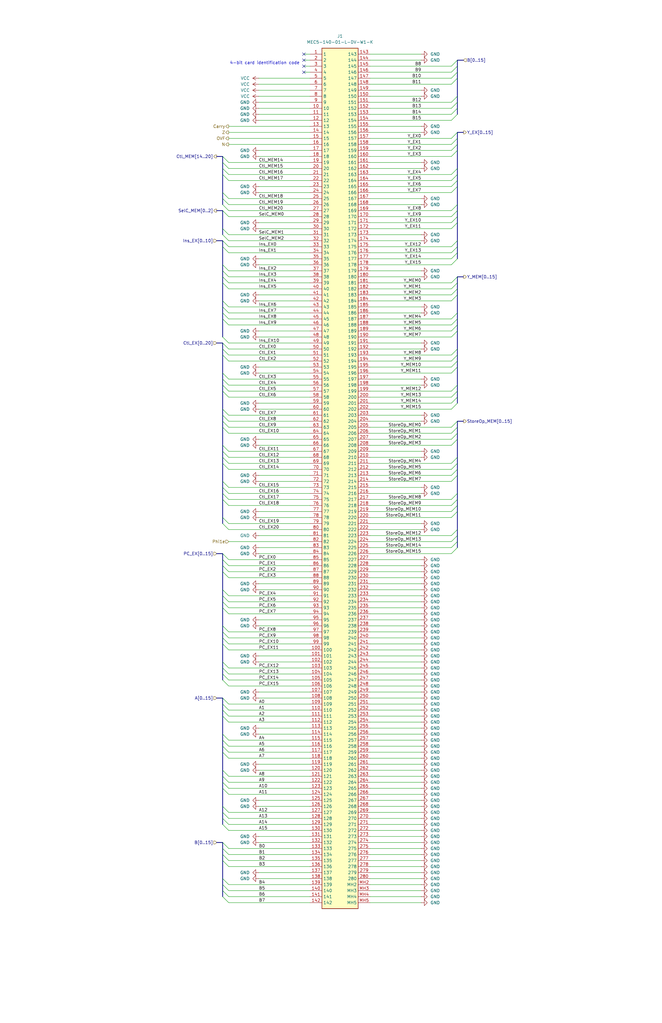
<source format=kicad_sch>
(kicad_sch (version 20250114) (generator "eeschema") (generator_version "9.0")
  (paper "USLedger" portrait)
  (title_block (date "2025-07-03") (rev "A"))
  (text "4-bit card identification code" (at 126.492 26.67 0) (effects (font (size 1.27 1.27)) (justify right)))
  (no_connect (at 128.27 27.94))
  (no_connect (at 128.27 25.4))
  (no_connect (at 128.27 22.86))
  (no_connect (at 128.27 30.48))
  (bus_entry (at 93.98 345.44) (size 2.54 2.54))
  (bus_entry (at 93.98 205.74) (size 2.54 2.54))
  (bus_entry (at 93.98 271.78) (size 2.54 2.54))
  (bus_entry (at 93.98 254) (size 2.54 2.54))
  (bus_entry (at 93.98 340.36) (size 2.54 2.54))
  (bus_entry (at 93.98 149.86) (size 2.54 2.54))
  (bus_entry (at 93.98 302.26) (size 2.54 2.54))
  (bus_entry (at 93.98 81.28) (size 2.54 2.54))
  (bus_entry (at 193.04 180.34) (size -2.54 2.54))
  (bus_entry (at 193.04 134.62) (size -2.54 2.54))
  (bus_entry (at 93.98 160.02) (size 2.54 2.54))
  (bus_entry (at 193.04 177.8) (size -2.54 2.54))
  (bus_entry (at 193.04 116.84) (size -2.54 2.54))
  (bus_entry (at 193.04 58.42) (size -2.54 2.54))
  (bus_entry (at 193.04 27.94) (size -2.54 2.54))
  (bus_entry (at 93.98 312.42) (size 2.54 2.54))
  (bus_entry (at 193.04 231.14) (size -2.54 2.54))
  (bus_entry (at 93.98 165.1) (size 2.54 2.54))
  (bus_entry (at 93.98 116.84) (size 2.54 2.54))
  (bus_entry (at 193.04 33.02) (size -2.54 2.54))
  (bus_entry (at 93.98 332.74) (size 2.54 2.54))
  (bus_entry (at 93.98 256.54) (size 2.54 2.54))
  (bus_entry (at 193.04 48.26) (size -2.54 2.54))
  (bus_entry (at 193.04 147.32) (size -2.54 2.54))
  (bus_entry (at 193.04 223.52) (size -2.54 2.54))
  (bus_entry (at 93.98 325.12) (size 2.54 2.54))
  (bus_entry (at 93.98 129.54) (size 2.54 2.54))
  (bus_entry (at 193.04 78.74) (size -2.54 2.54))
  (bus_entry (at 93.98 264.16) (size 2.54 2.54))
  (bus_entry (at 93.98 86.36) (size 2.54 2.54))
  (bus_entry (at 193.04 119.38) (size -2.54 2.54))
  (bus_entry (at 93.98 144.78) (size 2.54 2.54))
  (bus_entry (at 93.98 73.66) (size 2.54 2.54))
  (bus_entry (at 93.98 83.82) (size 2.54 2.54))
  (bus_entry (at 93.98 134.62) (size 2.54 2.54))
  (bus_entry (at 93.98 104.14) (size 2.54 2.54))
  (bus_entry (at 93.98 193.04) (size 2.54 2.54))
  (bus_entry (at 93.98 162.56) (size 2.54 2.54))
  (bus_entry (at 93.98 238.76) (size 2.54 2.54))
  (bus_entry (at 93.98 101.6) (size 2.54 2.54))
  (bus_entry (at 93.98 279.4) (size 2.54 2.54))
  (bus_entry (at 193.04 139.7) (size -2.54 2.54))
  (bus_entry (at 93.98 269.24) (size 2.54 2.54))
  (bus_entry (at 193.04 152.4) (size -2.54 2.54))
  (bus_entry (at 93.98 248.92) (size 2.54 2.54))
  (bus_entry (at 93.98 203.2) (size 2.54 2.54))
  (bus_entry (at 93.98 317.5) (size 2.54 2.54))
  (bus_entry (at 93.98 297.18) (size 2.54 2.54))
  (bus_entry (at 93.98 360.68) (size 2.54 2.54))
  (bus_entry (at 193.04 124.46) (size -2.54 2.54))
  (bus_entry (at 193.04 86.36) (size -2.54 2.54))
  (bus_entry (at 193.04 137.16) (size -2.54 2.54))
  (bus_entry (at 93.98 299.72) (size 2.54 2.54))
  (bus_entry (at 193.04 185.42) (size -2.54 2.54))
  (bus_entry (at 93.98 281.94) (size 2.54 2.54))
  (bus_entry (at 93.98 363.22) (size 2.54 2.54))
  (bus_entry (at 193.04 30.48) (size -2.54 2.54))
  (bus_entry (at 193.04 63.5) (size -2.54 2.54))
  (bus_entry (at 93.98 172.72) (size 2.54 2.54))
  (bus_entry (at 193.04 76.2) (size -2.54 2.54))
  (bus_entry (at 93.98 66.04) (size 2.54 2.54))
  (bus_entry (at 93.98 210.82) (size 2.54 2.54))
  (bus_entry (at 93.98 358.14) (size 2.54 2.54))
  (bus_entry (at 93.98 132.08) (size 2.54 2.54))
  (bus_entry (at 193.04 71.12) (size -2.54 2.54))
  (bus_entry (at 93.98 180.34) (size 2.54 2.54))
  (bus_entry (at 93.98 71.12) (size 2.54 2.54))
  (bus_entry (at 93.98 327.66) (size 2.54 2.54))
  (bus_entry (at 93.98 99.06) (size 2.54 2.54))
  (bus_entry (at 93.98 370.84) (size 2.54 2.54))
  (bus_entry (at 193.04 121.92) (size -2.54 2.54))
  (bus_entry (at 93.98 233.68) (size 2.54 2.54))
  (bus_entry (at 93.98 96.52) (size 2.54 2.54))
  (bus_entry (at 193.04 154.94) (size -2.54 2.54))
  (bus_entry (at 193.04 198.12) (size -2.54 2.54))
  (bus_entry (at 193.04 162.56) (size -2.54 2.54))
  (bus_entry (at 93.98 236.22) (size 2.54 2.54))
  (bus_entry (at 193.04 104.14) (size -2.54 2.54))
  (bus_entry (at 193.04 106.68) (size -2.54 2.54))
  (bus_entry (at 93.98 294.64) (size 2.54 2.54))
  (bus_entry (at 193.04 43.18) (size -2.54 2.54))
  (bus_entry (at 93.98 342.9) (size 2.54 2.54))
  (bus_entry (at 193.04 210.82) (size -2.54 2.54))
  (bus_entry (at 93.98 147.32) (size 2.54 2.54))
  (bus_entry (at 93.98 127) (size 2.54 2.54))
  (bus_entry (at 193.04 25.4) (size -2.54 2.54))
  (bus_entry (at 193.04 40.64) (size -2.54 2.54))
  (bus_entry (at 193.04 132.08) (size -2.54 2.54))
  (bus_entry (at 193.04 208.28) (size -2.54 2.54))
  (bus_entry (at 93.98 266.7) (size 2.54 2.54))
  (bus_entry (at 193.04 167.64) (size -2.54 2.54))
  (bus_entry (at 93.98 157.48) (size 2.54 2.54))
  (bus_entry (at 193.04 170.18) (size -2.54 2.54))
  (bus_entry (at 93.98 287.02) (size 2.54 2.54))
  (bus_entry (at 193.04 226.06) (size -2.54 2.54))
  (bus_entry (at 93.98 208.28) (size 2.54 2.54))
  (bus_entry (at 93.98 355.6) (size 2.54 2.54))
  (bus_entry (at 193.04 200.66) (size -2.54 2.54))
  (bus_entry (at 193.04 228.6) (size -2.54 2.54))
  (bus_entry (at 193.04 195.58) (size -2.54 2.54))
  (bus_entry (at 93.98 251.46) (size 2.54 2.54))
  (bus_entry (at 193.04 60.96) (size -2.54 2.54))
  (bus_entry (at 193.04 45.72) (size -2.54 2.54))
  (bus_entry (at 193.04 55.88) (size -2.54 2.54))
  (bus_entry (at 193.04 93.98) (size -2.54 2.54))
  (bus_entry (at 193.04 182.88) (size -2.54 2.54))
  (bus_entry (at 193.04 88.9) (size -2.54 2.54))
  (bus_entry (at 93.98 314.96) (size 2.54 2.54))
  (bus_entry (at 193.04 101.6) (size -2.54 2.54))
  (bus_entry (at 93.98 220.98) (size 2.54 2.54))
  (bus_entry (at 93.98 330.2) (size 2.54 2.54))
  (bus_entry (at 93.98 373.38) (size 2.54 2.54))
  (bus_entry (at 93.98 111.76) (size 2.54 2.54))
  (bus_entry (at 93.98 284.48) (size 2.54 2.54))
  (bus_entry (at 93.98 142.24) (size 2.54 2.54))
  (bus_entry (at 93.98 187.96) (size 2.54 2.54))
  (bus_entry (at 93.98 309.88) (size 2.54 2.54))
  (bus_entry (at 193.04 213.36) (size -2.54 2.54))
  (bus_entry (at 193.04 165.1) (size -2.54 2.54))
  (bus_entry (at 93.98 119.38) (size 2.54 2.54))
  (bus_entry (at 93.98 88.9) (size 2.54 2.54))
  (bus_entry (at 93.98 175.26) (size 2.54 2.54))
  (bus_entry (at 193.04 73.66) (size -2.54 2.54))
  (bus_entry (at 93.98 190.5) (size 2.54 2.54))
  (bus_entry (at 93.98 177.8) (size 2.54 2.54))
  (bus_entry (at 193.04 193.04) (size -2.54 2.54))
  (bus_entry (at 93.98 375.92) (size 2.54 2.54))
  (bus_entry (at 93.98 241.3) (size 2.54 2.54))
  (bus_entry (at 193.04 91.44) (size -2.54 2.54))
  (bus_entry (at 93.98 114.3) (size 2.54 2.54))
  (bus_entry (at 193.04 109.22) (size -2.54 2.54))
  (bus_entry (at 193.04 149.86) (size -2.54 2.54))
  (bus_entry (at 93.98 68.58) (size 2.54 2.54))
  (bus_entry (at 93.98 347.98) (size 2.54 2.54))
  (bus_entry (at 193.04 215.9) (size -2.54 2.54))
  (bus_entry (at 93.98 218.44) (size 2.54 2.54))
  (bus_entry (at 93.98 195.58) (size 2.54 2.54))
  (bus_entry (at 93.98 378.46) (size 2.54 2.54))
  (wire (pts (xy 109.22 66.04) (xy 130.81 66.04)))
  (bus (pts (xy 193.04 91.44) (xy 193.04 93.98)))
  (bus (pts (xy 91.44 233.68) (xy 93.98 233.68)))
  (wire (pts (xy 190.5 78.74) (xy 156.21 78.74)))
  (wire (pts (xy 109.22 231.14) (xy 130.81 231.14)))
  (wire (pts (xy 177.8 116.84) (xy 156.21 116.84)))
  (wire (pts (xy 177.8 368.3) (xy 156.21 368.3)))
  (wire (pts (xy 177.8 312.42) (xy 156.21 312.42)))
  (wire (pts (xy 190.5 58.42) (xy 156.21 58.42)))
  (wire (pts (xy 96.52 182.88) (xy 130.81 182.88)))
  (wire (pts (xy 190.5 73.66) (xy 156.21 73.66)))
  (bus (pts (xy 93.98 241.3) (xy 93.98 248.92)))
  (wire (pts (xy 96.52 101.6) (xy 130.81 101.6)))
  (bus (pts (xy 93.98 129.54) (xy 93.98 132.08)))
  (wire (pts (xy 109.22 157.48) (xy 130.81 157.48)))
  (bus (pts (xy 193.04 198.12) (xy 193.04 200.66)))
  (bus (pts (xy 195.58 55.88) (xy 193.04 55.88)))
  (wire (pts (xy 190.5 210.82) (xy 156.21 210.82)))
  (wire (pts (xy 177.8 358.14) (xy 156.21 358.14)))
  (wire (pts (xy 190.5 167.64) (xy 156.21 167.64)))
  (bus (pts (xy 93.98 373.38) (xy 93.98 375.92)))
  (wire (pts (xy 190.5 198.12) (xy 156.21 198.12)))
  (bus (pts (xy 193.04 73.66) (xy 193.04 76.2)))
  (bus (pts (xy 93.98 332.74) (xy 93.98 340.36)))
  (bus (pts (xy 93.98 360.68) (xy 93.98 363.22)))
  (bus (pts (xy 193.04 223.52) (xy 193.04 226.06)))
  (bus (pts (xy 93.98 66.04) (xy 93.98 68.58)))
  (wire (pts (xy 177.8 193.04) (xy 156.21 193.04)))
  (wire (pts (xy 177.8 68.58) (xy 156.21 68.58)))
  (wire (pts (xy 177.8 335.28) (xy 156.21 335.28)))
  (wire (pts (xy 190.5 88.9) (xy 156.21 88.9)))
  (bus (pts (xy 93.98 264.16) (xy 93.98 266.7)))
  (bus (pts (xy 193.04 210.82) (xy 193.04 213.36)))
  (wire (pts (xy 109.22 353.06) (xy 130.81 353.06)))
  (wire (pts (xy 109.22 294.64) (xy 130.81 294.64)))
  (bus (pts (xy 193.04 30.48) (xy 193.04 33.02)))
  (wire (pts (xy 96.52 53.34) (xy 130.81 53.34)))
  (wire (pts (xy 177.8 261.62) (xy 156.21 261.62)))
  (wire (pts (xy 190.5 157.48) (xy 156.21 157.48)))
  (bus (pts (xy 193.04 132.08) (xy 193.04 134.62)))
  (wire (pts (xy 109.22 233.68) (xy 130.81 233.68)))
  (bus (pts (xy 195.58 25.4) (xy 193.04 25.4)))
  (wire (pts (xy 109.22 48.26) (xy 130.81 48.26)))
  (wire (pts (xy 96.52 104.14) (xy 130.81 104.14)))
  (bus (pts (xy 91.44 88.9) (xy 93.98 88.9)))
  (wire (pts (xy 177.8 355.6) (xy 156.21 355.6)))
  (wire (pts (xy 177.8 279.4) (xy 156.21 279.4)))
  (wire (pts (xy 109.22 292.1) (xy 130.81 292.1)))
  (wire (pts (xy 177.8 251.46) (xy 156.21 251.46)))
  (wire (pts (xy 128.27 27.94) (xy 130.81 27.94)))
  (wire (pts (xy 177.8 360.68) (xy 156.21 360.68)))
  (wire (pts (xy 109.22 322.58) (xy 130.81 322.58)))
  (wire (pts (xy 177.8 347.98) (xy 156.21 347.98)))
  (wire (pts (xy 96.52 68.58) (xy 130.81 68.58)))
  (wire (pts (xy 96.52 60.96) (xy 130.81 60.96)))
  (wire (pts (xy 190.5 124.46) (xy 156.21 124.46)))
  (bus (pts (xy 193.04 40.64) (xy 193.04 43.18)))
  (wire (pts (xy 109.22 63.5) (xy 130.81 63.5)))
  (wire (pts (xy 177.8 55.88) (xy 156.21 55.88)))
  (wire (pts (xy 109.22 355.6) (xy 130.81 355.6)))
  (wire (pts (xy 190.5 139.7) (xy 156.21 139.7)))
  (wire (pts (xy 96.52 350.52) (xy 130.81 350.52)))
  (wire (pts (xy 109.22 185.42) (xy 130.81 185.42)))
  (wire (pts (xy 109.22 35.56) (xy 130.81 35.56)))
  (bus (pts (xy 193.04 137.16) (xy 193.04 139.7)))
  (wire (pts (xy 96.52 165.1) (xy 130.81 165.1)))
  (wire (pts (xy 190.5 154.94) (xy 156.21 154.94)))
  (wire (pts (xy 128.27 22.86) (xy 130.81 22.86)))
  (wire (pts (xy 96.52 312.42) (xy 130.81 312.42)))
  (wire (pts (xy 177.8 241.3) (xy 156.21 241.3)))
  (bus (pts (xy 93.98 81.28) (xy 93.98 83.82)))
  (wire (pts (xy 190.5 27.94) (xy 156.21 27.94)))
  (wire (pts (xy 96.52 381) (xy 130.81 381)))
  (wire (pts (xy 96.52 299.72) (xy 130.81 299.72)))
  (wire (pts (xy 96.52 238.76) (xy 130.81 238.76)))
  (wire (pts (xy 109.22 279.4) (xy 130.81 279.4)))
  (bus (pts (xy 193.04 121.92) (xy 193.04 124.46)))
  (wire (pts (xy 177.8 264.16) (xy 156.21 264.16)))
  (bus (pts (xy 93.98 238.76) (xy 93.98 241.3)))
  (bus (pts (xy 93.98 116.84) (xy 93.98 119.38)))
  (bus (pts (xy 193.04 58.42) (xy 193.04 60.96)))
  (wire (pts (xy 190.5 172.72) (xy 156.21 172.72)))
  (wire (pts (xy 190.5 63.5) (xy 156.21 63.5)))
  (wire (pts (xy 109.22 38.1) (xy 130.81 38.1)))
  (wire (pts (xy 109.22 50.8) (xy 130.81 50.8)))
  (wire (pts (xy 190.5 66.04) (xy 156.21 66.04)))
  (wire (pts (xy 96.52 132.08) (xy 130.81 132.08)))
  (bus (pts (xy 93.98 205.74) (xy 93.98 208.28)))
  (bus (pts (xy 93.98 83.82) (xy 93.98 86.36)))
  (wire (pts (xy 190.5 119.38) (xy 156.21 119.38)))
  (bus (pts (xy 93.98 266.7) (xy 93.98 269.24)))
  (wire (pts (xy 190.5 228.6) (xy 156.21 228.6)))
  (wire (pts (xy 177.8 289.56) (xy 156.21 289.56)))
  (wire (pts (xy 109.22 307.34) (xy 130.81 307.34)))
  (bus (pts (xy 93.98 271.78) (xy 93.98 279.4)))
  (wire (pts (xy 96.52 236.22) (xy 130.81 236.22)))
  (wire (pts (xy 177.8 175.26) (xy 156.21 175.26)))
  (wire (pts (xy 190.5 76.2) (xy 156.21 76.2)))
  (bus (pts (xy 193.04 116.84) (xy 193.04 119.38)))
  (wire (pts (xy 109.22 124.46) (xy 130.81 124.46)))
  (wire (pts (xy 177.8 378.46) (xy 156.21 378.46)))
  (wire (pts (xy 177.8 254) (xy 156.21 254)))
  (wire (pts (xy 177.8 274.32) (xy 156.21 274.32)))
  (wire (pts (xy 177.8 297.18) (xy 156.21 297.18)))
  (bus (pts (xy 193.04 167.64) (xy 193.04 170.18)))
  (wire (pts (xy 96.52 193.04) (xy 130.81 193.04)))
  (wire (pts (xy 190.5 233.68) (xy 156.21 233.68)))
  (wire (pts (xy 177.8 284.48) (xy 156.21 284.48)))
  (wire (pts (xy 96.52 330.2) (xy 130.81 330.2)))
  (wire (pts (xy 190.5 137.16) (xy 156.21 137.16)))
  (wire (pts (xy 109.22 142.24) (xy 130.81 142.24)))
  (wire (pts (xy 109.22 127) (xy 130.81 127)))
  (bus (pts (xy 193.04 195.58) (xy 193.04 198.12)))
  (bus (pts (xy 193.04 124.46) (xy 193.04 132.08)))
  (wire (pts (xy 177.8 375.92) (xy 156.21 375.92)))
  (bus (pts (xy 93.98 279.4) (xy 93.98 281.94)))
  (bus (pts (xy 93.98 294.64) (xy 93.98 297.18)))
  (wire (pts (xy 96.52 259.08) (xy 130.81 259.08)))
  (bus (pts (xy 195.58 177.8) (xy 193.04 177.8)))
  (wire (pts (xy 109.22 248.92) (xy 130.81 248.92)))
  (wire (pts (xy 190.5 152.4) (xy 156.21 152.4)))
  (wire (pts (xy 177.8 223.52) (xy 156.21 223.52)))
  (wire (pts (xy 190.5 30.48) (xy 156.21 30.48)))
  (bus (pts (xy 91.44 101.6) (xy 93.98 101.6)))
  (bus (pts (xy 93.98 317.5) (xy 93.98 325.12)))
  (wire (pts (xy 96.52 332.74) (xy 130.81 332.74)))
  (wire (pts (xy 190.5 91.44) (xy 156.21 91.44)))
  (wire (pts (xy 177.8 276.86) (xy 156.21 276.86)))
  (wire (pts (xy 96.52 375.92) (xy 130.81 375.92)))
  (wire (pts (xy 96.52 86.36) (xy 130.81 86.36)))
  (bus (pts (xy 93.98 236.22) (xy 93.98 238.76)))
  (bus (pts (xy 193.04 185.42) (xy 193.04 193.04)))
  (wire (pts (xy 190.5 106.68) (xy 156.21 106.68)))
  (wire (pts (xy 96.52 327.66) (xy 130.81 327.66)))
  (bus (pts (xy 193.04 215.9) (xy 193.04 223.52)))
  (wire (pts (xy 96.52 88.9) (xy 130.81 88.9)))
  (wire (pts (xy 96.52 256.54) (xy 130.81 256.54)))
  (bus (pts (xy 93.98 127) (xy 93.98 129.54)))
  (bus (pts (xy 93.98 147.32) (xy 93.98 149.86)))
  (wire (pts (xy 96.52 167.64) (xy 130.81 167.64)))
  (wire (pts (xy 109.22 187.96) (xy 130.81 187.96)))
  (bus (pts (xy 93.98 218.44) (xy 93.98 220.98)))
  (wire (pts (xy 177.8 246.38) (xy 156.21 246.38)))
  (bus (pts (xy 193.04 134.62) (xy 193.04 137.16)))
  (wire (pts (xy 96.52 317.5) (xy 130.81 317.5)))
  (bus (pts (xy 91.44 144.78) (xy 93.98 144.78)))
  (bus (pts (xy 93.98 375.92) (xy 93.98 378.46)))
  (bus (pts (xy 193.04 76.2) (xy 193.04 78.74)))
  (wire (pts (xy 190.5 203.2) (xy 156.21 203.2)))
  (bus (pts (xy 93.98 134.62) (xy 93.98 142.24)))
  (wire (pts (xy 96.52 297.18) (xy 130.81 297.18)))
  (wire (pts (xy 96.52 83.82) (xy 130.81 83.82)))
  (wire (pts (xy 109.22 246.38) (xy 130.81 246.38)))
  (wire (pts (xy 96.52 378.46) (xy 130.81 378.46)))
  (bus (pts (xy 93.98 269.24) (xy 93.98 271.78)))
  (bus (pts (xy 93.98 297.18) (xy 93.98 299.72)))
  (wire (pts (xy 190.5 48.26) (xy 156.21 48.26)))
  (wire (pts (xy 177.8 302.26) (xy 156.21 302.26)))
  (wire (pts (xy 109.22 370.84) (xy 130.81 370.84)))
  (bus (pts (xy 93.98 165.1) (xy 93.98 172.72)))
  (bus (pts (xy 193.04 149.86) (xy 193.04 152.4)))
  (wire (pts (xy 190.5 226.06) (xy 156.21 226.06)))
  (wire (pts (xy 96.52 58.42) (xy 130.81 58.42)))
  (bus (pts (xy 93.98 340.36) (xy 93.98 342.9)))
  (wire (pts (xy 177.8 208.28) (xy 156.21 208.28)))
  (wire (pts (xy 177.8 205.74) (xy 156.21 205.74)))
  (wire (pts (xy 96.52 287.02) (xy 130.81 287.02)))
  (wire (pts (xy 190.5 231.14) (xy 156.21 231.14)))
  (bus (pts (xy 193.04 33.02) (xy 193.04 40.64)))
  (wire (pts (xy 190.5 35.56) (xy 156.21 35.56)))
  (wire (pts (xy 177.8 22.86) (xy 156.21 22.86)))
  (bus (pts (xy 193.04 119.38) (xy 193.04 121.92)))
  (bus (pts (xy 193.04 60.96) (xy 193.04 63.5)))
  (wire (pts (xy 177.8 190.5) (xy 156.21 190.5)))
  (wire (pts (xy 177.8 353.06) (xy 156.21 353.06)))
  (wire (pts (xy 96.52 269.24) (xy 130.81 269.24)))
  (wire (pts (xy 177.8 220.98) (xy 156.21 220.98)))
  (wire (pts (xy 190.5 121.92) (xy 156.21 121.92)))
  (wire (pts (xy 190.5 93.98) (xy 156.21 93.98)))
  (wire (pts (xy 190.5 180.34) (xy 156.21 180.34)))
  (bus (pts (xy 93.98 208.28) (xy 93.98 210.82)))
  (wire (pts (xy 96.52 342.9) (xy 130.81 342.9)))
  (bus (pts (xy 93.98 363.22) (xy 93.98 370.84)))
  (bus (pts (xy 93.98 144.78) (xy 93.98 147.32)))
  (bus (pts (xy 193.04 152.4) (xy 193.04 154.94)))
  (wire (pts (xy 96.52 289.56) (xy 130.81 289.56)))
  (bus (pts (xy 193.04 228.6) (xy 193.04 231.14)))
  (wire (pts (xy 177.8 248.92) (xy 156.21 248.92)))
  (wire (pts (xy 190.5 96.52) (xy 156.21 96.52)))
  (wire (pts (xy 109.22 261.62) (xy 130.81 261.62)))
  (wire (pts (xy 177.8 363.22) (xy 156.21 363.22)))
  (wire (pts (xy 177.8 236.22) (xy 156.21 236.22)))
  (wire (pts (xy 96.52 106.68) (xy 130.81 106.68)))
  (bus (pts (xy 193.04 88.9) (xy 193.04 91.44)))
  (wire (pts (xy 96.52 137.16) (xy 130.81 137.16)))
  (wire (pts (xy 190.5 187.96) (xy 156.21 187.96)))
  (bus (pts (xy 193.04 25.4) (xy 193.04 27.94)))
  (bus (pts (xy 91.44 66.04) (xy 93.98 66.04)))
  (wire (pts (xy 177.8 345.44) (xy 156.21 345.44)))
  (wire (pts (xy 177.8 38.1) (xy 156.21 38.1)))
  (bus (pts (xy 93.98 325.12) (xy 93.98 327.66)))
  (bus (pts (xy 193.04 213.36) (xy 193.04 215.9)))
  (wire (pts (xy 177.8 309.88) (xy 156.21 309.88)))
  (bus (pts (xy 91.44 355.6) (xy 93.98 355.6)))
  (bus (pts (xy 93.98 104.14) (xy 93.98 111.76)))
  (wire (pts (xy 177.8 307.34) (xy 156.21 307.34)))
  (bus (pts (xy 93.98 256.54) (xy 93.98 264.16)))
  (bus (pts (xy 93.98 302.26) (xy 93.98 309.88)))
  (wire (pts (xy 96.52 205.74) (xy 130.81 205.74)))
  (bus (pts (xy 93.98 149.86) (xy 93.98 157.48)))
  (bus (pts (xy 193.04 162.56) (xy 193.04 165.1)))
  (wire (pts (xy 177.8 340.36) (xy 156.21 340.36)))
  (wire (pts (xy 177.8 83.82) (xy 156.21 83.82)))
  (wire (pts (xy 190.5 134.62) (xy 156.21 134.62)))
  (bus (pts (xy 193.04 147.32) (xy 193.04 149.86)))
  (bus (pts (xy 193.04 27.94) (xy 193.04 30.48)))
  (wire (pts (xy 177.8 129.54) (xy 156.21 129.54)))
  (bus (pts (xy 193.04 45.72) (xy 193.04 48.26)))
  (wire (pts (xy 96.52 347.98) (xy 130.81 347.98)))
  (wire (pts (xy 96.52 119.38) (xy 130.81 119.38)))
  (bus (pts (xy 93.98 203.2) (xy 93.98 205.74)))
  (wire (pts (xy 190.5 182.88) (xy 156.21 182.88)))
  (wire (pts (xy 128.27 30.48) (xy 130.81 30.48)))
  (wire (pts (xy 177.8 162.56) (xy 156.21 162.56)))
  (bus (pts (xy 193.04 71.12) (xy 193.04 73.66)))
  (wire (pts (xy 177.8 144.78) (xy 156.21 144.78)))
  (wire (pts (xy 177.8 71.12) (xy 156.21 71.12)))
  (wire (pts (xy 96.52 175.26) (xy 130.81 175.26)))
  (bus (pts (xy 93.98 195.58) (xy 93.98 203.2)))
  (wire (pts (xy 96.52 345.44) (xy 130.81 345.44)))
  (wire (pts (xy 177.8 99.06) (xy 156.21 99.06)))
  (wire (pts (xy 96.52 116.84) (xy 130.81 116.84)))
  (bus (pts (xy 93.98 358.14) (xy 93.98 360.68)))
  (wire (pts (xy 109.22 78.74) (xy 130.81 78.74)))
  (bus (pts (xy 93.98 345.44) (xy 93.98 347.98)))
  (wire (pts (xy 96.52 360.68) (xy 130.81 360.68)))
  (bus (pts (xy 93.98 248.92) (xy 93.98 251.46)))
  (bus (pts (xy 193.04 78.74) (xy 193.04 86.36)))
  (bus (pts (xy 93.98 355.6) (xy 93.98 358.14)))
  (wire (pts (xy 177.8 330.2) (xy 156.21 330.2)))
  (wire (pts (xy 109.22 368.3) (xy 130.81 368.3)))
  (bus (pts (xy 93.98 111.76) (xy 93.98 114.3)))
  (wire (pts (xy 177.8 337.82) (xy 156.21 337.82)))
  (wire (pts (xy 96.52 314.96) (xy 130.81 314.96)))
  (wire (pts (xy 96.52 281.94) (xy 130.81 281.94)))
  (wire (pts (xy 96.52 134.62) (xy 130.81 134.62)))
  (wire (pts (xy 96.52 241.3) (xy 130.81 241.3)))
  (wire (pts (xy 177.8 147.32) (xy 156.21 147.32)))
  (wire (pts (xy 109.22 139.7) (xy 130.81 139.7)))
  (bus (pts (xy 193.04 154.94) (xy 193.04 162.56)))
  (wire (pts (xy 96.52 228.6) (xy 130.81 228.6)))
  (bus (pts (xy 93.98 314.96) (xy 93.98 317.5)))
  (wire (pts (xy 190.5 195.58) (xy 156.21 195.58)))
  (wire (pts (xy 190.5 213.36) (xy 156.21 213.36)))
  (bus (pts (xy 93.98 68.58) (xy 93.98 71.12)))
  (bus (pts (xy 93.98 160.02) (xy 93.98 162.56)))
  (wire (pts (xy 177.8 332.74) (xy 156.21 332.74)))
  (wire (pts (xy 109.22 33.02) (xy 130.81 33.02)))
  (bus (pts (xy 193.04 208.28) (xy 193.04 210.82)))
  (wire (pts (xy 190.5 200.66) (xy 156.21 200.66)))
  (bus (pts (xy 93.98 157.48) (xy 93.98 160.02)))
  (wire (pts (xy 177.8 320.04) (xy 156.21 320.04)))
  (bus (pts (xy 93.98 88.9) (xy 93.98 96.52)))
  (wire (pts (xy 109.22 154.94) (xy 130.81 154.94)))
  (bus (pts (xy 193.04 182.88) (xy 193.04 185.42)))
  (bus (pts (xy 193.04 55.88) (xy 193.04 58.42)))
  (wire (pts (xy 190.5 218.44) (xy 156.21 218.44)))
  (wire (pts (xy 177.8 86.36) (xy 156.21 86.36)))
  (wire (pts (xy 190.5 215.9) (xy 156.21 215.9)))
  (wire (pts (xy 190.5 165.1) (xy 156.21 165.1)))
  (wire (pts (xy 96.52 208.28) (xy 130.81 208.28)))
  (wire (pts (xy 177.8 101.6) (xy 156.21 101.6)))
  (wire (pts (xy 96.52 302.26) (xy 130.81 302.26)))
  (bus (pts (xy 193.04 43.18) (xy 193.04 45.72)))
  (wire (pts (xy 96.52 271.78) (xy 130.81 271.78)))
  (wire (pts (xy 96.52 363.22) (xy 130.81 363.22)))
  (wire (pts (xy 177.8 327.66) (xy 156.21 327.66)))
  (wire (pts (xy 177.8 132.08) (xy 156.21 132.08)))
  (wire (pts (xy 177.8 266.7) (xy 156.21 266.7)))
  (wire (pts (xy 177.8 287.02) (xy 156.21 287.02)))
  (bus (pts (xy 193.04 104.14) (xy 193.04 106.68)))
  (wire (pts (xy 109.22 111.76) (xy 130.81 111.76)))
  (wire (pts (xy 177.8 292.1) (xy 156.21 292.1)))
  (wire (pts (xy 177.8 40.64) (xy 156.21 40.64)))
  (wire (pts (xy 96.52 114.3) (xy 130.81 114.3)))
  (wire (pts (xy 96.52 144.78) (xy 130.81 144.78)))
  (wire (pts (xy 177.8 243.84) (xy 156.21 243.84)))
  (bus (pts (xy 93.98 114.3) (xy 93.98 116.84)))
  (bus (pts (xy 93.98 187.96) (xy 93.98 190.5)))
  (wire (pts (xy 190.5 170.18) (xy 156.21 170.18)))
  (wire (pts (xy 109.22 215.9) (xy 130.81 215.9)))
  (wire (pts (xy 96.52 213.36) (xy 130.81 213.36)))
  (wire (pts (xy 109.22 172.72) (xy 130.81 172.72)))
  (bus (pts (xy 93.98 281.94) (xy 93.98 284.48)))
  (wire (pts (xy 109.22 96.52) (xy 130.81 96.52)))
  (wire (pts (xy 109.22 43.18) (xy 130.81 43.18)))
  (wire (pts (xy 109.22 109.22) (xy 130.81 109.22)))
  (wire (pts (xy 190.5 50.8) (xy 156.21 50.8)))
  (wire (pts (xy 96.52 251.46) (xy 130.81 251.46)))
  (bus (pts (xy 93.98 312.42) (xy 93.98 314.96)))
  (wire (pts (xy 109.22 309.88) (xy 130.81 309.88)))
  (wire (pts (xy 177.8 299.72) (xy 156.21 299.72)))
  (bus (pts (xy 93.98 175.26) (xy 93.98 177.8)))
  (wire (pts (xy 190.5 43.18) (xy 156.21 43.18)))
  (wire (pts (xy 128.27 25.4) (xy 130.81 25.4)))
  (wire (pts (xy 190.5 149.86) (xy 156.21 149.86)))
  (wire (pts (xy 96.52 243.84) (xy 130.81 243.84)))
  (wire (pts (xy 96.52 284.48) (xy 130.81 284.48)))
  (wire (pts (xy 190.5 104.14) (xy 156.21 104.14)))
  (wire (pts (xy 190.5 111.76) (xy 156.21 111.76)))
  (bus (pts (xy 93.98 162.56) (xy 93.98 165.1)))
  (wire (pts (xy 96.52 274.32) (xy 130.81 274.32)))
  (bus (pts (xy 193.04 200.66) (xy 193.04 208.28)))
  (wire (pts (xy 96.52 160.02) (xy 130.81 160.02)))
  (wire (pts (xy 96.52 162.56) (xy 130.81 162.56)))
  (wire (pts (xy 190.5 81.28) (xy 156.21 81.28)))
  (bus (pts (xy 93.98 330.2) (xy 93.98 332.74)))
  (wire (pts (xy 190.5 60.96) (xy 156.21 60.96)))
  (bus (pts (xy 193.04 177.8) (xy 193.04 180.34)))
  (wire (pts (xy 109.22 264.16) (xy 130.81 264.16)))
  (wire (pts (xy 190.5 127) (xy 156.21 127)))
  (wire (pts (xy 96.52 365.76) (xy 130.81 365.76)))
  (bus (pts (xy 93.98 73.66) (xy 93.98 81.28)))
  (wire (pts (xy 96.52 180.34) (xy 130.81 180.34)))
  (wire (pts (xy 109.22 200.66) (xy 130.81 200.66)))
  (bus (pts (xy 193.04 93.98) (xy 193.04 101.6)))
  (wire (pts (xy 96.52 373.38) (xy 130.81 373.38)))
  (wire (pts (xy 177.8 381) (xy 156.21 381)))
  (bus (pts (xy 93.98 233.68) (xy 93.98 236.22)))
  (bus (pts (xy 193.04 180.34) (xy 193.04 182.88)))
  (wire (pts (xy 96.52 91.44) (xy 130.81 91.44)))
  (bus (pts (xy 193.04 106.68) (xy 193.04 109.22)))
  (wire (pts (xy 96.52 76.2) (xy 130.81 76.2)))
  (wire (pts (xy 177.8 269.24) (xy 156.21 269.24)))
  (bus (pts (xy 193.04 139.7) (xy 193.04 147.32)))
  (wire (pts (xy 177.8 114.3) (xy 156.21 114.3)))
  (wire (pts (xy 96.52 266.7) (xy 130.81 266.7)))
  (wire (pts (xy 177.8 342.9) (xy 156.21 342.9)))
  (wire (pts (xy 190.5 185.42) (xy 156.21 185.42)))
  (bus (pts (xy 93.98 251.46) (xy 93.98 254)))
  (bus (pts (xy 193.04 101.6) (xy 193.04 104.14)))
  (wire (pts (xy 177.8 294.64) (xy 156.21 294.64)))
  (bus (pts (xy 93.98 284.48) (xy 93.98 287.02)))
  (bus (pts (xy 93.98 254) (xy 93.98 256.54)))
  (wire (pts (xy 96.52 177.8) (xy 130.81 177.8)))
  (wire (pts (xy 177.8 314.96) (xy 156.21 314.96)))
  (wire (pts (xy 177.8 317.5) (xy 156.21 317.5)))
  (wire (pts (xy 109.22 40.64) (xy 130.81 40.64)))
  (bus (pts (xy 193.04 193.04) (xy 193.04 195.58)))
  (wire (pts (xy 96.52 149.86) (xy 130.81 149.86)))
  (bus (pts (xy 193.04 86.36) (xy 193.04 88.9)))
  (wire (pts (xy 96.52 195.58) (xy 130.81 195.58)))
  (wire (pts (xy 109.22 203.2) (xy 130.81 203.2)))
  (bus (pts (xy 93.98 172.72) (xy 93.98 175.26)))
  (wire (pts (xy 177.8 25.4) (xy 156.21 25.4)))
  (wire (pts (xy 109.22 218.44) (xy 130.81 218.44)))
  (bus (pts (xy 93.98 370.84) (xy 93.98 373.38)))
  (wire (pts (xy 109.22 93.98) (xy 130.81 93.98)))
  (wire (pts (xy 109.22 340.36) (xy 130.81 340.36)))
  (wire (pts (xy 177.8 281.94) (xy 156.21 281.94)))
  (bus (pts (xy 93.98 119.38) (xy 93.98 127)))
  (bus (pts (xy 93.98 71.12) (xy 93.98 73.66)))
  (wire (pts (xy 190.5 142.24) (xy 156.21 142.24)))
  (wire (pts (xy 177.8 238.76) (xy 156.21 238.76)))
  (wire (pts (xy 96.52 254) (xy 130.81 254)))
  (wire (pts (xy 96.52 73.66) (xy 130.81 73.66)))
  (wire (pts (xy 177.8 370.84) (xy 156.21 370.84)))
  (wire (pts (xy 96.52 358.14) (xy 130.81 358.14)))
  (wire (pts (xy 109.22 170.18) (xy 130.81 170.18)))
  (bus (pts (xy 93.98 132.08) (xy 93.98 134.62)))
  (wire (pts (xy 177.8 177.8) (xy 156.21 177.8)))
  (wire (pts (xy 190.5 45.72) (xy 156.21 45.72)))
  (bus (pts (xy 93.98 180.34) (xy 93.98 187.96)))
  (wire (pts (xy 177.8 304.8) (xy 156.21 304.8)))
  (wire (pts (xy 177.8 259.08) (xy 156.21 259.08)))
  (wire (pts (xy 96.52 190.5) (xy 130.81 190.5)))
  (bus (pts (xy 193.04 226.06) (xy 193.04 228.6)))
  (bus (pts (xy 93.98 177.8) (xy 93.98 180.34)))
  (wire (pts (xy 96.52 335.28) (xy 130.81 335.28)))
  (wire (pts (xy 96.52 121.92) (xy 130.81 121.92)))
  (wire (pts (xy 96.52 304.8) (xy 130.81 304.8)))
  (bus (pts (xy 193.04 165.1) (xy 193.04 167.64)))
  (bus (pts (xy 93.98 190.5) (xy 93.98 193.04)))
  (wire (pts (xy 190.5 109.22) (xy 156.21 109.22)))
  (wire (pts (xy 190.5 33.02) (xy 156.21 33.02)))
  (wire (pts (xy 177.8 325.12) (xy 156.21 325.12)))
  (wire (pts (xy 96.52 99.06) (xy 130.81 99.06)))
  (wire (pts (xy 96.52 220.98) (xy 130.81 220.98)))
  (wire (pts (xy 109.22 45.72) (xy 130.81 45.72)))
  (wire (pts (xy 177.8 373.38) (xy 156.21 373.38)))
  (wire (pts (xy 177.8 350.52) (xy 156.21 350.52)))
  (wire (pts (xy 96.52 320.04) (xy 130.81 320.04)))
  (wire (pts (xy 109.22 276.86) (xy 130.81 276.86)))
  (bus (pts (xy 93.98 327.66) (xy 93.98 330.2)))
  (bus (pts (xy 93.98 309.88) (xy 93.98 312.42)))
  (bus (pts (xy 93.98 342.9) (xy 93.98 345.44)))
  (wire (pts (xy 177.8 256.54) (xy 156.21 256.54)))
  (bus (pts (xy 93.98 299.72) (xy 93.98 302.26)))
  (wire (pts (xy 96.52 210.82) (xy 130.81 210.82)))
  (wire (pts (xy 177.8 365.76) (xy 156.21 365.76)))
  (bus (pts (xy 193.04 63.5) (xy 193.04 71.12)))
  (bus (pts (xy 91.44 294.64) (xy 93.98 294.64)))
  (wire (pts (xy 96.52 223.52) (xy 130.81 223.52)))
  (wire (pts (xy 96.52 152.4) (xy 130.81 152.4)))
  (wire (pts (xy 177.8 160.02) (xy 156.21 160.02)))
  (wire (pts (xy 96.52 55.88) (xy 130.81 55.88)))
  (bus (pts (xy 93.98 210.82) (xy 93.98 218.44)))
  (wire (pts (xy 177.8 322.58) (xy 156.21 322.58)))
  (wire (pts (xy 109.22 226.06) (xy 130.81 226.06)))
  (wire (pts (xy 177.8 271.78) (xy 156.21 271.78)))
  (wire (pts (xy 177.8 53.34) (xy 156.21 53.34)))
  (bus (pts (xy 93.98 101.6) (xy 93.98 104.14)))
  (wire (pts (xy 109.22 81.28) (xy 130.81 81.28)))
  (bus (pts (xy 93.98 193.04) (xy 93.98 195.58)))
  (bus (pts (xy 195.58 116.84) (xy 193.04 116.84)))
  (wire (pts (xy 109.22 337.82) (xy 130.81 337.82)))
  (wire (pts (xy 96.52 71.12) (xy 130.81 71.12)))
  (wire (pts (xy 96.52 129.54) (xy 130.81 129.54)))
  (wire (pts (xy 96.52 147.32) (xy 130.81 147.32)))
  (wire (pts (xy 109.22 325.12) (xy 130.81 325.12)))
  (wire (pts (xy 96.52 198.12) (xy 130.81 198.12)))
  (bus (pts (xy 93.98 96.52) (xy 93.98 99.06)))
  (label "Y_MEM5" (at 177.8 137.16 180))
  (label "Ins_EX5" (at 109.22 121.92 0))
  (label "PC_EX7" (at 109.22 259.08 0))
  (label "PC_EX4" (at 109.22 251.46 0))
  (label "PC_EX14" (at 109.22 287.02 0))
  (label "PC_EX2" (at 109.22 241.3 0))
  (label "B15" (at 177.8 50.8 180))
  (label "Ctl_EX6" (at 109.22 167.64 0))
  (label "Ins_EX3" (at 109.22 116.84 0))
  (label "StoreOp_MEM10" (at 177.8 215.9 180))
  (label "Ctl_EX9" (at 109.22 180.34 0))
  (label "B7" (at 109.22 381 0))
  (label "A4" (at 109.22 312.42 0))
  (label "SelC_MEM2" (at 109.22 101.6 0))
  (label "StoreOp_MEM9" (at 177.8 213.36 180))
  (label "B2" (at 109.22 363.22 0))
  (label "PC_EX6" (at 109.22 256.54 0))
  (label "PC_EX0" (at 109.22 236.22 0))
  (label "A1" (at 109.22 299.72 0))
  (label "Y_EX7" (at 177.8 81.28 180))
  (label "Y_MEM3" (at 177.8 127 180))
  (label "A0" (at 109.22 297.18 0))
  (label "Y_EX11" (at 177.8 96.52 180))
  (label "A10" (at 109.22 332.74 0))
  (label "PC_EX3" (at 109.22 243.84 0))
  (label "StoreOp_MEM12" (at 177.8 226.06 180))
  (label "Y_MEM8" (at 177.8 149.86 180))
  (label "Ctl_MEM15" (at 109.22 71.12 0))
  (label "Ctl_EX5" (at 109.22 165.1 0))
  (label "Y_MEM15" (at 177.8 172.72 180))
  (label "Ctl_MEM20" (at 109.22 88.9 0))
  (label "Y_EX2" (at 177.8 63.5 180))
  (label "A2" (at 109.22 302.26 0))
  (label "B4" (at 109.22 373.38 0))
  (label "StoreOp_MEM14" (at 177.8 231.14 180))
  (label "B5" (at 109.22 375.92 0))
  (label "Ctl_EX7" (at 109.22 175.26 0))
  (label "Ins_EX10" (at 109.22 144.78 0))
  (label "Ctl_EX17" (at 109.22 210.82 0))
  (label "SelC_MEM1" (at 109.22 99.06 0))
  (label "Ctl_EX2" (at 109.22 152.4 0))
  (label "Ins_EX9" (at 109.22 137.16 0))
  (label "B14" (at 177.8 48.26 180))
  (label "Y_EX0" (at 177.8 58.42 180))
  (label "A13" (at 109.22 345.44 0))
  (label "Ctl_EX15" (at 109.22 205.74 0))
  (label "Y_EX15" (at 177.8 111.76 180))
  (label "Y_MEM7" (at 177.8 142.24 180))
  (label "Ctl_EX8" (at 109.22 177.8 0))
  (label "PC_EX11" (at 109.22 274.32 0))
  (label "Ctl_MEM14" (at 109.22 68.58 0))
  (label "Y_EX12" (at 177.8 104.14 180))
  (label "B11" (at 177.8 35.56 180))
  (label "Y_EX6" (at 177.8 78.74 180))
  (label "Ctl_EX1" (at 109.22 149.86 0))
  (label "Y_MEM10" (at 177.8 154.94 180))
  (label "PC_EX1" (at 109.22 238.76 0))
  (label "Ctl_EX0" (at 109.22 147.32 0))
  (label "B12" (at 177.8 43.18 180))
  (label "A3" (at 109.22 304.8 0))
  (label "StoreOp_MEM8" (at 177.8 210.82 180))
  (label "Ctl_EX3" (at 109.22 160.02 0))
  (label "Ctl_EX13" (at 109.22 195.58 0))
  (label "Ctl_MEM16" (at 109.22 73.66 0))
  (label "StoreOp_MEM7" (at 177.8 203.2 180))
  (label "Y_MEM13" (at 177.8 167.64 180))
  (label "Ctl_EX18" (at 109.22 213.36 0))
  (label "B1" (at 109.22 360.68 0))
  (label "PC_EX5" (at 109.22 254 0))
  (label "StoreOp_MEM0" (at 177.8 180.34 180))
  (label "Y_EX9" (at 177.8 91.44 180))
  (label "A5" (at 109.22 314.96 0))
  (label "A11" (at 109.22 335.28 0))
  (label "A12" (at 109.22 342.9 0))
  (label "Ctl_MEM19" (at 109.22 86.36 0))
  (label "PC_EX12" (at 109.22 281.94 0))
  (label "StoreOp_MEM5" (at 177.8 198.12 180))
  (label "Ins_EX1" (at 109.22 106.68 0))
  (label "PC_EX13" (at 109.22 284.48 0))
  (label "Ctl_EX4" (at 109.22 162.56 0))
  (label "Y_MEM0" (at 177.8 119.38 180))
  (label "Ctl_EX10" (at 109.22 182.88 0))
  (label "Y_MEM14" (at 177.8 170.18 180))
  (label "B9" (at 177.8 30.48 180))
  (label "Ins_EX6" (at 109.22 129.54 0))
  (label "Ctl_EX20" (at 109.22 223.52 0))
  (label "StoreOp_MEM2" (at 177.8 185.42 180))
  (label "Y_MEM2" (at 177.8 124.46 180))
  (label "B3" (at 109.22 365.76 0))
  (label "StoreOp_MEM6" (at 177.8 200.66 180))
  (label "Ins_EX8" (at 109.22 134.62 0))
  (label "StoreOp_MEM3" (at 177.8 187.96 180))
  (label "Y_EX14" (at 177.8 109.22 180))
  (label "StoreOp_MEM4" (at 177.8 195.58 180))
  (label "Y_EX3" (at 177.8 66.04 180))
  (label "Ctl_MEM17" (at 109.22 76.2 0))
  (label "PC_EX15" (at 109.22 289.56 0))
  (label "B8" (at 177.8 27.94 180))
  (label "B0" (at 109.22 358.14 0))
  (label "A9" (at 109.22 330.2 0))
  (label "Y_MEM6" (at 177.8 139.7 180))
  (label "Ins_EX0" (at 109.22 104.14 0))
  (label "Ctl_EX14" (at 109.22 198.12 0))
  (label "Ctl_EX19" (at 109.22 220.98 0))
  (label "PC_EX8" (at 109.22 266.7 0))
  (label "Y_MEM9" (at 177.8 152.4 180))
  (label "Y_EX1" (at 177.8 60.96 180))
  (label "Ctl_MEM18" (at 109.22 83.82 0))
  (label "Y_EX13" (at 177.8 106.68 180))
  (label "StoreOp_MEM13" (at 177.8 228.6 180))
  (label "StoreOp_MEM15" (at 177.8 233.68 180))
  (label "Ctl_EX16" (at 109.22 208.28 0))
  (label "Y_EX5" (at 177.8 76.2 180))
  (label "B6" (at 109.22 378.46 0))
  (label "PC_EX9" (at 109.22 269.24 0))
  (label "Y_MEM12" (at 177.8 165.1 180))
  (label "Y_MEM1" (at 177.8 121.92 180))
  (label "Ins_EX2" (at 109.22 114.3 0))
  (label "StoreOp_MEM11" (at 177.8 218.44 180))
  (label "Ins_EX4" (at 109.22 119.38 0))
  (label "A6" (at 109.22 317.5 0))
  (label "Y_EX8" (at 177.8 88.9 180))
  (label "Y_MEM4" (at 177.8 134.62 180))
  (label "A14" (at 109.22 347.98 0))
  (label "StoreOp_MEM1" (at 177.8 182.88 180))
  (label "A7" (at 109.22 320.04 0))
  (label "Ctl_EX11" (at 109.22 190.5 0))
  (label "Y_EX10" (at 177.8 93.98 180))
  (label "A15" (at 109.22 350.52 0))
  (label "B13" (at 177.8 45.72 180))
  (label "Ctl_EX12" (at 109.22 193.04 0))
  (label "SelC_MEM0" (at 109.22 91.44 0))
  (label "Y_EX4" (at 177.8 73.66 180))
  (label "PC_EX10" (at 109.22 271.78 0))
  (label "Y_MEM11" (at 177.8 157.48 180))
  (label "Ins_EX7" (at 109.22 132.08 0))
  (label "A8" (at 109.22 327.66 0))
  (label "B10" (at 177.8 33.02 180))
  (hierarchical_label "OVF" (shape output) (at 96.52 58.42 180))
  (hierarchical_label "Y_EX[0..15]" (shape output) (at 195.58 55.88 0))
  (hierarchical_label "SelC_MEM[0..2]" (shape output) (at 91.44 88.9 180))
  (hierarchical_label "B[0..15]" (shape input) (at 195.58 25.4 0))
  (hierarchical_label "Z" (shape output) (at 96.52 55.88 180))
  (hierarchical_label "Ctl_MEM[14..20]" (shape output) (at 91.44 66.04 180))
  (hierarchical_label "PC_EX[0..15]" (shape input) (at 91.44 233.68 180))
  (hierarchical_label "B[0..15]" (shape input) (at 91.44 355.6 180))
  (hierarchical_label "Y_MEM[0..15]" (shape output) (at 195.58 116.84 0))
  (hierarchical_label "A[0..15]" (shape input) (at 91.44 294.64 180))
  (hierarchical_label "StoreOp_MEM[0..15]" (shape output) (at 195.58 177.8 0))
  (hierarchical_label "Ctl_EX[0..20]" (shape input) (at 91.44 144.78 180))
  (hierarchical_label "Ins_EX[0..10]" (shape input) (at 91.44 101.6 180))
  (hierarchical_label "Carry" (shape output) (at 96.52 53.34 180))
  (hierarchical_label "N" (shape output) (at 96.52 60.96 180))
  (hierarchical_label "Phi1e" (shape input) (at 96.52 228.6 180))
  (symbol (lib_id "power:GND") (at 177.8 269.24 90) (mirror x) (unit 1)
    (property "Reference" "#PWR0168" (effects (hide yes)))
    (property "Value" "GND" (at 181.61 269.2399 90) (effects (justify right)))
    (property "Description" "Power symbol creates a global label with name \"GND\" , ground" (effects (hide yes)))
  )
  (symbol (lib_id "power:GND") (at 177.8 160.02 90) (mirror x) (unit 1)
    (property "Reference" "#PWR0145" (effects (hide yes)))
    (property "Value" "GND" (at 181.61 160.0199 90) (effects (justify right)))
    (property "Description" "Power symbol creates a global label with name \"GND\" , ground" (effects (hide yes)))
  )
  (symbol (lib_id "power:GND") (at 109.22 170.18 270) (unit 1)
    (property "Reference" "#PWR098" (effects (hide yes)))
    (property "Value" "GND" (at 105.41 170.1799 90) (effects (justify right)))
    (property "Description" "Power symbol creates a global label with name \"GND\" , ground" (effects (hide yes)))
  )
  (symbol (lib_id "power:GND") (at 177.8 132.08 90) (mirror x) (unit 1)
    (property "Reference" "#PWR0142" (effects (hide yes)))
    (property "Value" "GND" (at 181.61 132.0799 90) (effects (justify right)))
    (property "Description" "Power symbol creates a global label with name \"GND\" , ground" (effects (hide yes)))
  )
  (symbol (lib_id "power:GND") (at 177.8 116.84 90) (mirror x) (unit 1)
    (property "Reference" "#PWR0140" (effects (hide yes)))
    (property "Value" "GND" (at 181.61 116.8399 90) (effects (justify right)))
    (property "Description" "Power symbol creates a global label with name \"GND\" , ground" (effects (hide yes)))
  )
  (symbol (lib_id "power:GND") (at 177.8 241.3 90) (mirror x) (unit 1)
    (property "Reference" "#PWR0157" (effects (hide yes)))
    (property "Value" "GND" (at 181.61 241.2999 90) (effects (justify right)))
    (property "Description" "Power symbol creates a global label with name \"GND\" , ground" (effects (hide yes)))
  )
  (symbol (lib_id "power:GND") (at 177.8 279.4 90) (mirror x) (unit 1)
    (property "Reference" "#PWR0172" (effects (hide yes)))
    (property "Value" "GND" (at 181.61 279.3999 90) (effects (justify right)))
    (property "Description" "Power symbol creates a global label with name \"GND\" , ground" (effects (hide yes)))
  )
  (symbol (lib_id "power:GND") (at 177.8 266.7 90) (mirror x) (unit 1)
    (property "Reference" "#PWR0167" (effects (hide yes)))
    (property "Value" "GND" (at 181.61 266.6999 90) (effects (justify right)))
    (property "Description" "Power symbol creates a global label with name \"GND\" , ground" (effects (hide yes)))
  )
  (symbol (lib_id "power:GND") (at 109.22 48.26 270) (unit 1)
    (property "Reference" "#PWR082" (effects (hide yes)))
    (property "Value" "GND" (at 105.41 48.2599 90) (effects (justify right)))
    (property "Description" "Power symbol creates a global label with name \"GND\" , ground" (effects (hide yes)))
  )
  (symbol (lib_id "power:GND") (at 109.22 66.04 270) (unit 1)
    (property "Reference" "#PWR085" (effects (hide yes)))
    (property "Value" "GND" (at 105.41 66.0399 90) (effects (justify right)))
    (property "Description" "Power symbol creates a global label with name \"GND\" , ground" (effects (hide yes)))
  )
  (symbol (lib_id "power:GND") (at 177.8 337.82 90) (mirror x) (unit 1)
    (property "Reference" "#PWR0195" (effects (hide yes)))
    (property "Value" "GND" (at 181.61 337.8199 90) (effects (justify right)))
    (property "Description" "Power symbol creates a global label with name \"GND\" , ground" (effects (hide yes)))
  )
  (symbol (lib_id "power:GND") (at 109.22 185.42 270) (unit 1)
    (property "Reference" "#PWR0100" (effects (hide yes)))
    (property "Value" "GND" (at 105.41 185.4199 90) (effects (justify right)))
    (property "Description" "Power symbol creates a global label with name \"GND\" , ground" (effects (hide yes)))
  )
  (symbol (lib_id "power:GND") (at 177.8 101.6 90) (mirror x) (unit 1)
    (property "Reference" "#PWR0138" (effects (hide yes)))
    (property "Value" "GND" (at 181.61 101.5999 90) (effects (justify right)))
    (property "Description" "Power symbol creates a global label with name \"GND\" , ground" (effects (hide yes)))
  )
  (symbol (lib_id "power:GND") (at 177.8 302.26 90) (mirror x) (unit 1)
    (property "Reference" "#PWR0181" (effects (hide yes)))
    (property "Value" "GND" (at 181.61 302.2599 90) (effects (justify right)))
    (property "Description" "Power symbol creates a global label with name \"GND\" , ground" (effects (hide yes)))
  )
  (symbol (lib_id "power:GND") (at 109.22 337.82 270) (unit 1)
    (property "Reference" "#PWR0121" (effects (hide yes)))
    (property "Value" "GND" (at 105.41 337.8199 90) (effects (justify right)))
    (property "Description" "Power symbol creates a global label with name \"GND\" , ground" (effects (hide yes)))
  )
  (symbol (lib_id "power:GND") (at 109.22 370.84 270) (unit 1)
    (property "Reference" "#PWR0126" (effects (hide yes)))
    (property "Value" "GND" (at 105.41 370.8399 90) (effects (justify right)))
    (property "Description" "Power symbol creates a global label with name \"GND\" , ground" (effects (hide yes)))
  )
  (symbol (lib_id "power:GND") (at 177.8 190.5 90) (mirror x) (unit 1)
    (property "Reference" "#PWR0149" (effects (hide yes)))
    (property "Value" "GND" (at 181.61 190.4999 90) (effects (justify right)))
    (property "Description" "Power symbol creates a global label with name \"GND\" , ground" (effects (hide yes)))
  )
  (symbol (lib_id "power:GND") (at 177.8 350.52 90) (mirror x) (unit 1)
    (property "Reference" "#PWR0200" (effects (hide yes)))
    (property "Value" "GND" (at 181.61 350.5199 90) (effects (justify right)))
    (property "Description" "Power symbol creates a global label with name \"GND\" , ground" (effects (hide yes)))
  )
  (symbol (lib_id "power:GND") (at 109.22 264.16 270) (unit 1)
    (property "Reference" "#PWR0112" (effects (hide yes)))
    (property "Value" "GND" (at 105.41 264.1599 90) (effects (justify right)))
    (property "Description" "Power symbol creates a global label with name \"GND\" , ground" (effects (hide yes)))
  )
  (symbol (lib_id "power:GND") (at 177.8 223.52 90) (mirror x) (unit 1)
    (property "Reference" "#PWR0154" (effects (hide yes)))
    (property "Value" "GND" (at 181.61 223.5199 90) (effects (justify right)))
    (property "Description" "Power symbol creates a global label with name \"GND\" , ground" (effects (hide yes)))
  )
  (symbol (lib_id "power:GND") (at 109.22 78.74 270) (unit 1)
    (property "Reference" "#PWR086" (effects (hide yes)))
    (property "Value" "GND" (at 105.41 78.7399 90) (effects (justify right)))
    (property "Description" "Power symbol creates a global label with name \"GND\" , ground" (effects (hide yes)))
  )
  (symbol (lib_id "power:GND") (at 177.8 25.4 90) (mirror x) (unit 1)
    (property "Reference" "#PWR0128" (effects (hide yes)))
    (property "Value" "GND" (at 181.61 25.3999 90) (effects (justify right)))
    (property "Description" "Power symbol creates a global label with name \"GND\" , ground" (effects (hide yes)))
  )
  (symbol (lib_id "power:GND") (at 109.22 368.3 270) (unit 1)
    (property "Reference" "#PWR0125" (effects (hide yes)))
    (property "Value" "GND" (at 105.41 368.2999 90) (effects (justify right)))
    (property "Description" "Power symbol creates a global label with name \"GND\" , ground" (effects (hide yes)))
  )
  (symbol (lib_id "power:GND") (at 177.8 99.06 90) (mirror x) (unit 1)
    (property "Reference" "#PWR0137" (effects (hide yes)))
    (property "Value" "GND" (at 181.61 99.0599 90) (effects (justify right)))
    (property "Description" "Power symbol creates a global label with name \"GND\" , ground" (effects (hide yes)))
  )
  (symbol (lib_id "power:GND") (at 177.8 332.74 90) (mirror x) (unit 1)
    (property "Reference" "#PWR0193" (effects (hide yes)))
    (property "Value" "GND" (at 181.61 332.7399 90) (effects (justify right)))
    (property "Description" "Power symbol creates a global label with name \"GND\" , ground" (effects (hide yes)))
  )
  (symbol (lib_id "power:GND") (at 177.8 353.06 90) (mirror x) (unit 1)
    (property "Reference" "#PWR0201" (effects (hide yes)))
    (property "Value" "GND" (at 181.61 353.0599 90) (effects (justify right)))
    (property "Description" "Power symbol creates a global label with name \"GND\" , ground" (effects (hide yes)))
  )
  (symbol (lib_id "power:GND") (at 177.8 261.62 90) (mirror x) (unit 1)
    (property "Reference" "#PWR0165" (effects (hide yes)))
    (property "Value" "GND" (at 181.61 261.6199 90) (effects (justify right)))
    (property "Description" "Power symbol creates a global label with name \"GND\" , ground" (effects (hide yes)))
  )
  (symbol (lib_id "power:GND") (at 109.22 292.1 270) (unit 1)
    (property "Reference" "#PWR0115" (effects (hide yes)))
    (property "Value" "GND" (at 105.41 292.0999 90) (effects (justify right)))
    (property "Description" "Power symbol creates a global label with name \"GND\" , ground" (effects (hide yes)))
  )
  (symbol (lib_id "power:GND") (at 177.8 347.98 90) (mirror x) (unit 1)
    (property "Reference" "#PWR0199" (effects (hide yes)))
    (property "Value" "GND" (at 181.61 347.9799 90) (effects (justify right)))
    (property "Description" "Power symbol creates a global label with name \"GND\" , ground" (effects (hide yes)))
  )
  (symbol (lib_id "power:GND") (at 109.22 248.92 270) (unit 1)
    (property "Reference" "#PWR0110" (effects (hide yes)))
    (property "Value" "GND" (at 105.41 248.9199 90) (effects (justify right)))
    (property "Description" "Power symbol creates a global label with name \"GND\" , ground" (effects (hide yes)))
  )
  (symbol (lib_id "power:GND") (at 177.8 375.92 90) (mirror x) (unit 1)
    (property "Reference" "#PWR0210" (effects (hide yes)))
    (property "Value" "GND" (at 181.61 375.9199 90) (effects (justify right)))
    (property "Description" "Power symbol creates a global label with name \"GND\" , ground" (effects (hide yes)))
  )
  (symbol (lib_id "power:GND") (at 109.22 218.44 270) (unit 1)
    (property "Reference" "#PWR0105" (effects (hide yes)))
    (property "Value" "GND" (at 105.41 218.4399 90) (effects (justify right)))
    (property "Description" "Power symbol creates a global label with name \"GND\" , ground" (effects (hide yes)))
  )
  (symbol (lib_id "power:GND") (at 177.8 330.2 90) (mirror x) (unit 1)
    (property "Reference" "#PWR0192" (effects (hide yes)))
    (property "Value" "GND" (at 181.61 330.1999 90) (effects (justify right)))
    (property "Description" "Power symbol creates a global label with name \"GND\" , ground" (effects (hide yes)))
  )
  (symbol (lib_id "power:GND") (at 177.8 177.8 90) (mirror x) (unit 1)
    (property "Reference" "#PWR0148" (effects (hide yes)))
    (property "Value" "GND" (at 181.61 177.7999 90) (effects (justify right)))
    (property "Description" "Power symbol creates a global label with name \"GND\" , ground" (effects (hide yes)))
  )
  (symbol (lib_id "power:GND") (at 177.8 236.22 90) (mirror x) (unit 1)
    (property "Reference" "#PWR0155" (effects (hide yes)))
    (property "Value" "GND" (at 181.61 236.2199 90) (effects (justify right)))
    (property "Description" "Power symbol creates a global label with name \"GND\" , ground" (effects (hide yes)))
  )
  (symbol (lib_id "power:GND") (at 177.8 325.12 90) (mirror x) (unit 1)
    (property "Reference" "#PWR0190" (effects (hide yes)))
    (property "Value" "GND" (at 181.61 325.1199 90) (effects (justify right)))
    (property "Description" "Power symbol creates a global label with name \"GND\" , ground" (effects (hide yes)))
  )
  (symbol (lib_id "power:GND") (at 177.8 281.94 90) (mirror x) (unit 1)
    (property "Reference" "#PWR0173" (effects (hide yes)))
    (property "Value" "GND" (at 181.61 281.9399 90) (effects (justify right)))
    (property "Description" "Power symbol creates a global label with name \"GND\" , ground" (effects (hide yes)))
  )
  (symbol (lib_id "power:GND") (at 109.22 63.5 270) (unit 1)
    (property "Reference" "#PWR084" (effects (hide yes)))
    (property "Value" "GND" (at 105.41 63.4999 90) (effects (justify right)))
    (property "Description" "Power symbol creates a global label with name \"GND\" , ground" (effects (hide yes)))
  )
  (symbol (lib_id "power:GND") (at 109.22 355.6 270) (unit 1)
    (property "Reference" "#PWR0124" (effects (hide yes)))
    (property "Value" "GND" (at 105.41 355.5999 90) (effects (justify right)))
    (property "Description" "Power symbol creates a global label with name \"GND\" , ground" (effects (hide yes)))
  )
  (symbol (lib_id "power:VCC") (at 109.22 40.64 90) (unit 1)
    (property "Reference" "#PWR079" (effects (hide yes)))
    (property "Value" "VCC" (at 105.41 40.6399 90) (effects (justify left)))
    (property "Description" "Power symbol creates a global label with name \"VCC\"" (effects (hide yes)))
  )
  (symbol (lib_id "power:GND") (at 109.22 279.4 270) (unit 1)
    (property "Reference" "#PWR0114" (effects (hide yes)))
    (property "Value" "GND" (at 105.41 279.3999 90) (effects (justify right)))
    (property "Description" "Power symbol creates a global label with name \"GND\" , ground" (effects (hide yes)))
  )
  (symbol (lib_id "power:GND") (at 177.8 254 90) (mirror x) (unit 1)
    (property "Reference" "#PWR0162" (effects (hide yes)))
    (property "Value" "GND" (at 181.61 253.9999 90) (effects (justify right)))
    (property "Description" "Power symbol creates a global label with name \"GND\" , ground" (effects (hide yes)))
  )
  (symbol (lib_id "power:GND") (at 177.8 251.46 90) (mirror x) (unit 1)
    (property "Reference" "#PWR0161" (effects (hide yes)))
    (property "Value" "GND" (at 181.61 251.4599 90) (effects (justify right)))
    (property "Description" "Power symbol creates a global label with name \"GND\" , ground" (effects (hide yes)))
  )
  (symbol (lib_id "power:GND") (at 177.8 284.48 90) (mirror x) (unit 1)
    (property "Reference" "#PWR0174" (effects (hide yes)))
    (property "Value" "GND" (at 181.61 284.4799 90) (effects (justify right)))
    (property "Description" "Power symbol creates a global label with name \"GND\" , ground" (effects (hide yes)))
  )
  (symbol (lib_id "power:GND") (at 109.22 276.86 270) (unit 1)
    (property "Reference" "#PWR0113" (effects (hide yes)))
    (property "Value" "GND" (at 105.41 276.8599 90) (effects (justify right)))
    (property "Description" "Power symbol creates a global label with name \"GND\" , ground" (effects (hide yes)))
  )
  (symbol (lib_id "power:GND") (at 177.8 129.54 90) (mirror x) (unit 1)
    (property "Reference" "#PWR0141" (effects (hide yes)))
    (property "Value" "GND" (at 181.61 129.5399 90) (effects (justify right)))
    (property "Description" "Power symbol creates a global label with name \"GND\" , ground" (effects (hide yes)))
  )
  (symbol (lib_id "power:GND") (at 109.22 96.52 270) (unit 1)
    (property "Reference" "#PWR089" (effects (hide yes)))
    (property "Value" "GND" (at 105.41 96.5199 90) (effects (justify right)))
    (property "Description" "Power symbol creates a global label with name \"GND\" , ground" (effects (hide yes)))
  )
  (symbol (lib_id "power:GND") (at 109.22 233.68 270) (unit 1)
    (property "Reference" "#PWR0108" (effects (hide yes)))
    (property "Value" "GND" (at 105.41 233.6799 90) (effects (justify right)))
    (property "Description" "Power symbol creates a global label with name \"GND\" , ground" (effects (hide yes)))
  )
  (symbol (lib_id "power:GND") (at 109.22 187.96 270) (unit 1)
    (property "Reference" "#PWR0101" (effects (hide yes)))
    (property "Value" "GND" (at 105.41 187.9599 90) (effects (justify right)))
    (property "Description" "Power symbol creates a global label with name \"GND\" , ground" (effects (hide yes)))
  )
  (symbol (lib_id "power:GND") (at 177.8 340.36 90) (mirror x) (unit 1)
    (property "Reference" "#PWR0196" (effects (hide yes)))
    (property "Value" "GND" (at 181.61 340.3599 90) (effects (justify right)))
    (property "Description" "Power symbol creates a global label with name \"GND\" , ground" (effects (hide yes)))
  )
  (symbol (lib_id "power:GND") (at 177.8 299.72 90) (mirror x) (unit 1)
    (property "Reference" "#PWR0180" (effects (hide yes)))
    (property "Value" "GND" (at 181.61 299.7199 90) (effects (justify right)))
    (property "Description" "Power symbol creates a global label with name \"GND\" , ground" (effects (hide yes)))
  )
  (symbol (lib_id "power:GND") (at 177.8 297.18 90) (mirror x) (unit 1)
    (property "Reference" "#PWR0179" (effects (hide yes)))
    (property "Value" "GND" (at 181.61 297.1799 90) (effects (justify right)))
    (property "Description" "Power symbol creates a global label with name \"GND\" , ground" (effects (hide yes)))
  )
  (symbol (lib_id "power:GND") (at 177.8 314.96 90) (mirror x) (unit 1)
    (property "Reference" "#PWR0186" (effects (hide yes)))
    (property "Value" "GND" (at 181.61 314.9599 90) (effects (justify right)))
    (property "Description" "Power symbol creates a global label with name \"GND\" , ground" (effects (hide yes)))
  )
  (symbol (lib_id "power:GND") (at 109.22 325.12 270) (unit 1)
    (property "Reference" "#PWR0120" (effects (hide yes)))
    (property "Value" "GND" (at 105.41 325.1199 90) (effects (justify right)))
    (property "Description" "Power symbol creates a global label with name \"GND\" , ground" (effects (hide yes)))
  )
  (symbol (lib_id "power:GND") (at 177.8 289.56 90) (mirror x) (unit 1)
    (property "Reference" "#PWR0176" (effects (hide yes)))
    (property "Value" "GND" (at 181.61 289.5599 90) (effects (justify right)))
    (property "Description" "Power symbol creates a global label with name \"GND\" , ground" (effects (hide yes)))
  )
  (symbol (lib_id "power:VCC") (at 109.22 38.1 90) (unit 1)
    (property "Reference" "#PWR078" (effects (hide yes)))
    (property "Value" "VCC" (at 105.41 38.0999 90) (effects (justify left)))
    (property "Description" "Power symbol creates a global label with name \"VCC\"" (effects (hide yes)))
  )
  (symbol (lib_id "power:GND") (at 177.8 312.42 90) (mirror x) (unit 1)
    (property "Reference" "#PWR0185" (effects (hide yes)))
    (property "Value" "GND" (at 181.61 312.4199 90) (effects (justify right)))
    (property "Description" "Power symbol creates a global label with name \"GND\" , ground" (effects (hide yes)))
  )
  (symbol (lib_id "power:GND") (at 177.8 246.38 90) (mirror x) (unit 1)
    (property "Reference" "#PWR0159" (effects (hide yes)))
    (property "Value" "GND" (at 181.61 246.3799 90) (effects (justify right)))
    (property "Description" "Power symbol creates a global label with name \"GND\" , ground" (effects (hide yes)))
  )
  (symbol (lib_id "power:GND") (at 177.8 40.64 90) (mirror x) (unit 1)
    (property "Reference" "#PWR0130" (effects (hide yes)))
    (property "Value" "GND" (at 181.61 40.6399 90) (effects (justify right)))
    (property "Description" "Power symbol creates a global label with name \"GND\" , ground" (effects (hide yes)))
  )
  (symbol (lib_id "power:GND") (at 177.8 345.44 90) (mirror x) (unit 1)
    (property "Reference" "#PWR0198" (effects (hide yes)))
    (property "Value" "GND" (at 181.61 345.4399 90) (effects (justify right)))
    (property "Description" "Power symbol creates a global label with name \"GND\" , ground" (effects (hide yes)))
  )
  (symbol (lib_id "power:GND") (at 177.8 193.04 90) (mirror x) (unit 1)
    (property "Reference" "#PWR0150" (effects (hide yes)))
    (property "Value" "GND" (at 181.61 193.0399 90) (effects (justify right)))
    (property "Description" "Power symbol creates a global label with name \"GND\" , ground" (effects (hide yes)))
  )
  (symbol (lib_id "power:GND") (at 177.8 322.58 90) (mirror x) (unit 1)
    (property "Reference" "#PWR0189" (effects (hide yes)))
    (property "Value" "GND" (at 181.61 322.5799 90) (effects (justify right)))
    (property "Description" "Power symbol creates a global label with name \"GND\" , ground" (effects (hide yes)))
  )
  (symbol (lib_id "power:GND") (at 177.8 360.68 90) (mirror x) (unit 1)
    (property "Reference" "#PWR0204" (effects (hide yes)))
    (property "Value" "GND" (at 181.61 360.6799 90) (effects (justify right)))
    (property "Description" "Power symbol creates a global label with name \"GND\" , ground" (effects (hide yes)))
  )
  (symbol (lib_id "power:GND") (at 109.22 81.28 270) (unit 1)
    (property "Reference" "#PWR087" (effects (hide yes)))
    (property "Value" "GND" (at 105.41 81.2799 90) (effects (justify right)))
    (property "Description" "Power symbol creates a global label with name \"GND\" , ground" (effects (hide yes)))
  )
  (symbol (lib_id "power:GND") (at 177.8 368.3 90) (mirror x) (unit 1)
    (property "Reference" "#PWR0207" (effects (hide yes)))
    (property "Value" "GND" (at 181.61 368.2999 90) (effects (justify right)))
    (property "Description" "Power symbol creates a global label with name \"GND\" , ground" (effects (hide yes)))
  )
  (symbol (lib_id "power:GND") (at 109.22 246.38 270) (unit 1)
    (property "Reference" "#PWR0109" (effects (hide yes)))
    (property "Value" "GND" (at 105.41 246.3799 90) (effects (justify right)))
    (property "Description" "Power symbol creates a global label with name \"GND\" , ground" (effects (hide yes)))
  )
  (symbol (lib_id "power:GND") (at 109.22 340.36 270) (unit 1)
    (property "Reference" "#PWR0122" (effects (hide yes)))
    (property "Value" "GND" (at 105.41 340.3599 90) (effects (justify right)))
    (property "Description" "Power symbol creates a global label with name \"GND\" , ground" (effects (hide yes)))
  )
  (symbol (lib_id "power:GND") (at 177.8 114.3 90) (mirror x) (unit 1)
    (property "Reference" "#PWR0139" (effects (hide yes)))
    (property "Value" "GND" (at 181.61 114.2999 90) (effects (justify right)))
    (property "Description" "Power symbol creates a global label with name \"GND\" , ground" (effects (hide yes)))
  )
  (symbol (lib_id "power:GND") (at 177.8 335.28 90) (mirror x) (unit 1)
    (property "Reference" "#PWR0194" (effects (hide yes)))
    (property "Value" "GND" (at 181.61 335.2799 90) (effects (justify right)))
    (property "Description" "Power symbol creates a global label with name \"GND\" , ground" (effects (hide yes)))
  )
  (symbol (lib_id "power:GND") (at 177.8 205.74 90) (mirror x) (unit 1)
    (property "Reference" "#PWR0151" (effects (hide yes)))
    (property "Value" "GND" (at 181.61 205.7399 90) (effects (justify right)))
    (property "Description" "Power symbol creates a global label with name \"GND\" , ground" (effects (hide yes)))
  )
  (symbol (lib_id "power:GND") (at 109.22 322.58 270) (unit 1)
    (property "Reference" "#PWR0119" (effects (hide yes)))
    (property "Value" "GND" (at 105.41 322.5799 90) (effects (justify right)))
    (property "Description" "Power symbol creates a global label with name \"GND\" , ground" (effects (hide yes)))
  )
  (symbol (lib_id "power:GND") (at 177.8 287.02 90) (mirror x) (unit 1)
    (property "Reference" "#PWR0175" (effects (hide yes)))
    (property "Value" "GND" (at 181.61 287.0199 90) (effects (justify right)))
    (property "Description" "Power symbol creates a global label with name \"GND\" , ground" (effects (hide yes)))
  )
  (symbol (lib_id "power:GND") (at 177.8 363.22 90) (mirror x) (unit 1)
    (property "Reference" "#PWR0205" (effects (hide yes)))
    (property "Value" "GND" (at 181.61 363.2199 90) (effects (justify right)))
    (property "Description" "Power symbol creates a global label with name \"GND\" , ground" (effects (hide yes)))
  )
  (symbol (lib_id "power:GND") (at 177.8 220.98 90) (mirror x) (unit 1)
    (property "Reference" "#PWR0153" (effects (hide yes)))
    (property "Value" "GND" (at 181.61 220.9799 90) (effects (justify right)))
    (property "Description" "Power symbol creates a global label with name \"GND\" , ground" (effects (hide yes)))
  )
  (symbol (lib_id "power:GND") (at 177.8 68.58 90) (mirror x) (unit 1)
    (property "Reference" "#PWR0133" (effects (hide yes)))
    (property "Value" "GND" (at 181.61 68.5799 90) (effects (justify right)))
    (property "Description" "Power symbol creates a global label with name \"GND\" , ground" (effects (hide yes)))
  )
  (symbol (lib_id "power:GND") (at 177.8 53.34 90) (mirror x) (unit 1)
    (property "Reference" "#PWR0131" (effects (hide yes)))
    (property "Value" "GND" (at 181.61 53.3399 90) (effects (justify right)))
    (property "Description" "Power symbol creates a global label with name \"GND\" , ground" (effects (hide yes)))
  )
  (symbol (lib_id "power:GND") (at 177.8 83.82 90) (mirror x) (unit 1)
    (property "Reference" "#PWR0135" (effects (hide yes)))
    (property "Value" "GND" (at 181.61 83.8199 90) (effects (justify right)))
    (property "Description" "Power symbol creates a global label with name \"GND\" , ground" (effects (hide yes)))
  )
  (symbol (lib_id "power:GND") (at 177.8 304.8 90) (mirror x) (unit 1)
    (property "Reference" "#PWR0182" (effects (hide yes)))
    (property "Value" "GND" (at 181.61 304.7999 90) (effects (justify right)))
    (property "Description" "Power symbol creates a global label with name \"GND\" , ground" (effects (hide yes)))
  )
  (symbol (lib_id "power:GND") (at 177.8 259.08 90) (mirror x) (unit 1)
    (property "Reference" "#PWR0164" (effects (hide yes)))
    (property "Value" "GND" (at 181.61 259.0799 90) (effects (justify right)))
    (property "Description" "Power symbol creates a global label with name \"GND\" , ground" (effects (hide yes)))
  )
  (symbol (lib_id "power:GND") (at 177.8 38.1 90) (mirror x) (unit 1)
    (property "Reference" "#PWR0129" (effects (hide yes)))
    (property "Value" "GND" (at 181.61 38.0999 90) (effects (justify right)))
    (property "Description" "Power symbol creates a global label with name \"GND\" , ground" (effects (hide yes)))
  )
  (symbol (lib_id "power:GND") (at 109.22 203.2 270) (unit 1)
    (property "Reference" "#PWR0103" (effects (hide yes)))
    (property "Value" "GND" (at 105.41 203.1999 90) (effects (justify right)))
    (property "Description" "Power symbol creates a global label with name \"GND\" , ground" (effects (hide yes)))
  )
  (symbol (lib_id "power:GND") (at 109.22 109.22 270) (unit 1)
    (property "Reference" "#PWR090" (effects (hide yes)))
    (property "Value" "GND" (at 105.41 109.2199 90) (effects (justify right)))
    (property "Description" "Power symbol creates a global label with name \"GND\" , ground" (effects (hide yes)))
  )
  (symbol (lib_id "power:GND") (at 109.22 43.18 270) (unit 1)
    (property "Reference" "#PWR080" (effects (hide yes)))
    (property "Value" "GND" (at 105.41 43.1799 90) (effects (justify right)))
    (property "Description" "Power symbol creates a global label with name \"GND\" , ground" (effects (hide yes)))
  )
  (symbol (lib_id "power:GND") (at 177.8 208.28 90) (mirror x) (unit 1)
    (property "Reference" "#PWR0152" (effects (hide yes)))
    (property "Value" "GND" (at 181.61 208.2799 90) (effects (justify right)))
    (property "Description" "Power symbol creates a global label with name \"GND\" , ground" (effects (hide yes)))
  )
  (symbol (lib_id "power:GND") (at 177.8 256.54 90) (mirror x) (unit 1)
    (property "Reference" "#PWR0163" (effects (hide yes)))
    (property "Value" "GND" (at 181.61 256.5399 90) (effects (justify right)))
    (property "Description" "Power symbol creates a global label with name \"GND\" , ground" (effects (hide yes)))
  )
  (symbol (lib_id "power:GND") (at 177.8 342.9 90) (mirror x) (unit 1)
    (property "Reference" "#PWR0197" (effects (hide yes)))
    (property "Value" "GND" (at 181.61 342.8999 90) (effects (justify right)))
    (property "Description" "Power symbol creates a global label with name \"GND\" , ground" (effects (hide yes)))
  )
  (symbol (lib_id "power:GND") (at 177.8 162.56 90) (mirror x) (unit 1)
    (property "Reference" "#PWR0146" (effects (hide yes)))
    (property "Value" "GND" (at 181.61 162.5599 90) (effects (justify right)))
    (property "Description" "Power symbol creates a global label with name \"GND\" , ground" (effects (hide yes)))
  )
  (symbol (lib_id "power:GND") (at 109.22 294.64 270) (unit 1)
    (property "Reference" "#PWR0116" (effects (hide yes)))
    (property "Value" "GND" (at 105.41 294.6399 90) (effects (justify right)))
    (property "Description" "Power symbol creates a global label with name \"GND\" , ground" (effects (hide yes)))
  )
  (symbol (lib_id "power:GND") (at 177.8 327.66 90) (mirror x) (unit 1)
    (property "Reference" "#PWR0191" (effects (hide yes)))
    (property "Value" "GND" (at 181.61 327.6599 90) (effects (justify right)))
    (property "Description" "Power symbol creates a global label with name \"GND\" , ground" (effects (hide yes)))
  )
  (symbol (lib_id "power:GND") (at 177.8 373.38 90) (mirror x) (unit 1)
    (property "Reference" "#PWR0209" (effects (hide yes)))
    (property "Value" "GND" (at 181.61 373.3799 90) (effects (justify right)))
    (property "Description" "Power symbol creates a global label with name \"GND\" , ground" (effects (hide yes)))
  )
  (symbol (lib_id "power:GND") (at 109.22 261.62 270) (unit 1)
    (property "Reference" "#PWR0111" (effects (hide yes)))
    (property "Value" "GND" (at 105.41 261.6199 90) (effects (justify right)))
    (property "Description" "Power symbol creates a global label with name \"GND\" , ground" (effects (hide yes)))
  )
  (symbol (lib_id "power:GND") (at 109.22 215.9 270) (unit 1)
    (property "Reference" "#PWR0104" (effects (hide yes)))
    (property "Value" "GND" (at 105.41 215.8999 90) (effects (justify right)))
    (property "Description" "Power symbol creates a global label with name \"GND\" , ground" (effects (hide yes)))
  )
  (symbol (lib_id "power:GND") (at 177.8 355.6 90) (mirror x) (unit 1)
    (property "Reference" "#PWR0202" (effects (hide yes)))
    (property "Value" "GND" (at 181.61 355.5999 90) (effects (justify right)))
    (property "Description" "Power symbol creates a global label with name \"GND\" , ground" (effects (hide yes)))
  )
  (symbol (lib_id "power:GND") (at 177.8 358.14 90) (mirror x) (unit 1)
    (property "Reference" "#PWR0203" (effects (hide yes)))
    (property "Value" "GND" (at 181.61 358.1399 90) (effects (justify right)))
    (property "Description" "Power symbol creates a global label with name \"GND\" , ground" (effects (hide yes)))
  )
  (symbol (lib_id "power:GND") (at 109.22 50.8 270) (unit 1)
    (property "Reference" "#PWR083" (effects (hide yes)))
    (property "Value" "GND" (at 105.41 50.7999 90) (effects (justify right)))
    (property "Description" "Power symbol creates a global label with name \"GND\" , ground" (effects (hide yes)))
  )
  (symbol (lib_id "power:VCC") (at 109.22 35.56 90) (unit 1)
    (property "Reference" "#PWR077" (effects (hide yes)))
    (property "Value" "VCC" (at 105.41 35.5599 90) (effects (justify left)))
    (property "Description" "Power symbol creates a global label with name \"VCC\"" (effects (hide yes)))
  )
  (symbol (lib_id "power:GND") (at 109.22 353.06 270) (unit 1)
    (property "Reference" "#PWR0123" (effects (hide yes)))
    (property "Value" "GND" (at 105.41 353.0599 90) (effects (justify right)))
    (property "Description" "Power symbol creates a global label with name \"GND\" , ground" (effects (hide yes)))
  )
  (symbol (lib_id "power:GND") (at 177.8 365.76 90) (mirror x) (unit 1)
    (property "Reference" "#PWR0206" (effects (hide yes)))
    (property "Value" "GND" (at 181.61 365.7599 90) (effects (justify right)))
    (property "Description" "Power symbol creates a global label with name \"GND\" , ground" (effects (hide yes)))
  )
  (symbol (lib_id "power:GND") (at 177.8 370.84 90) (mirror x) (unit 1)
    (property "Reference" "#PWR0208" (effects (hide yes)))
    (property "Value" "GND" (at 181.61 370.8399 90) (effects (justify right)))
    (property "Description" "Power symbol creates a global label with name \"GND\" , ground" (effects (hide yes)))
  )
  (symbol (lib_id "power:GND") (at 177.8 320.04 90) (mirror x) (unit 1)
    (property "Reference" "#PWR0188" (effects (hide yes)))
    (property "Value" "GND" (at 181.61 320.0399 90) (effects (justify right)))
    (property "Description" "Power symbol creates a global label with name \"GND\" , ground" (effects (hide yes)))
  )
  (symbol (lib_id "power:GND") (at 177.8 175.26 90) (mirror x) (unit 1)
    (property "Reference" "#PWR0147" (effects (hide yes)))
    (property "Value" "GND" (at 181.61 175.2599 90) (effects (justify right)))
    (property "Description" "Power symbol creates a global label with name \"GND\" , ground" (effects (hide yes)))
  )
  (symbol (lib_id "power:GND") (at 177.8 55.88 90) (mirror x) (unit 1)
    (property "Reference" "#PWR0132" (effects (hide yes)))
    (property "Value" "GND" (at 181.61 55.8799 90) (effects (justify right)))
    (property "Description" "Power symbol creates a global label with name \"GND\" , ground" (effects (hide yes)))
  )
  (symbol (lib_id "power:GND") (at 177.8 248.92 90) (mirror x) (unit 1)
    (property "Reference" "#PWR0160" (effects (hide yes)))
    (property "Value" "GND" (at 181.61 248.9199 90) (effects (justify right)))
    (property "Description" "Power symbol creates a global label with name \"GND\" , ground" (effects (hide yes)))
  )
  (symbol (lib_id "power:GND") (at 109.22 45.72 270) (unit 1)
    (property "Reference" "#PWR081" (effects (hide yes)))
    (property "Value" "GND" (at 105.41 45.7199 90) (effects (justify right)))
    (property "Description" "Power symbol creates a global label with name \"GND\" , ground" (effects (hide yes)))
  )
  (symbol (lib_id "power:GND") (at 177.8 144.78 90) (mirror x) (unit 1)
    (property "Reference" "#PWR0143" (effects (hide yes)))
    (property "Value" "GND" (at 181.61 144.7799 90) (effects (justify right)))
    (property "Description" "Power symbol creates a global label with name \"GND\" , ground" (effects (hide yes)))
  )
  (symbol (lib_id "power:GND") (at 109.22 142.24 270) (unit 1)
    (property "Reference" "#PWR095" (effects (hide yes)))
    (property "Value" "GND" (at 105.41 142.2399 90) (effects (justify right)))
    (property "Description" "Power symbol creates a global label with name \"GND\" , ground" (effects (hide yes)))
  )
  (symbol (lib_id "power:GND") (at 109.22 172.72 270) (unit 1)
    (property "Reference" "#PWR099" (effects (hide yes)))
    (property "Value" "GND" (at 105.41 172.7199 90) (effects (justify right)))
    (property "Description" "Power symbol creates a global label with name \"GND\" , ground" (effects (hide yes)))
  )
  (symbol (lib_id "power:GND") (at 177.8 243.84 90) (mirror x) (unit 1)
    (property "Reference" "#PWR0158" (effects (hide yes)))
    (property "Value" "GND" (at 181.61 243.8399 90) (effects (justify right)))
    (property "Description" "Power symbol creates a global label with name \"GND\" , ground" (effects (hide yes)))
  )
  (symbol (lib_id "power:GND") (at 177.8 292.1 90) (mirror x) (unit 1)
    (property "Reference" "#PWR0177" (effects (hide yes)))
    (property "Value" "GND" (at 181.61 292.0999 90) (effects (justify right)))
    (property "Description" "Power symbol creates a global label with name \"GND\" , ground" (effects (hide yes)))
  )
  (symbol (lib_id "power:GND") (at 177.8 271.78 90) (mirror x) (unit 1)
    (property "Reference" "#PWR0169" (effects (hide yes)))
    (property "Value" "GND" (at 181.61 271.7799 90) (effects (justify right)))
    (property "Description" "Power symbol creates a global label with name \"GND\" , ground" (effects (hide yes)))
  )
  (symbol (lib_id "power:GND") (at 177.8 381 90) (mirror x) (unit 1)
    (property "Reference" "#PWR0212" (effects (hide yes)))
    (property "Value" "GND" (at 181.61 380.9999 90) (effects (justify right)))
    (property "Description" "Power symbol creates a global label with name \"GND\" , ground" (effects (hide yes)))
  )
  (symbol (lib_id "power:GND") (at 177.8 71.12 90) (mirror x) (unit 1)
    (property "Reference" "#PWR0134" (effects (hide yes)))
    (property "Value" "GND" (at 181.61 71.1199 90) (effects (justify right)))
    (property "Description" "Power symbol creates a global label with name \"GND\" , ground" (effects (hide yes)))
  )
  (symbol (lib_id "power:GND") (at 109.22 309.88 270) (unit 1)
    (property "Reference" "#PWR0118" (effects (hide yes)))
    (property "Value" "GND" (at 105.41 309.8799 90) (effects (justify right)))
    (property "Description" "Power symbol creates a global label with name \"GND\" , ground" (effects (hide yes)))
  )
  (symbol (lib_id "power:GND") (at 177.8 307.34 90) (mirror x) (unit 1)
    (property "Reference" "#PWR0183" (effects (hide yes)))
    (property "Value" "GND" (at 181.61 307.3399 90) (effects (justify right)))
    (property "Description" "Power symbol creates a global label with name \"GND\" , ground" (effects (hide yes)))
  )
  (symbol (lib_id "power:GND") (at 177.8 22.86 90) (mirror x) (unit 1)
    (property "Reference" "#PWR0127" (effects (hide yes)))
    (property "Value" "GND" (at 181.61 22.8599 90) (effects (justify right)))
    (property "Description" "Power symbol creates a global label with name \"GND\" , ground" (effects (hide yes)))
  )
  (symbol (lib_id "power:GND") (at 177.8 238.76 90) (mirror x) (unit 1)
    (property "Reference" "#PWR0156" (effects (hide yes)))
    (property "Value" "GND" (at 181.61 238.7599 90) (effects (justify right)))
    (property "Description" "Power symbol creates a global label with name \"GND\" , ground" (effects (hide yes)))
  )
  (symbol (lib_id "power:GND") (at 109.22 139.7 270) (unit 1)
    (property "Reference" "#PWR094" (effects (hide yes)))
    (property "Value" "GND" (at 105.41 139.6999 90) (effects (justify right)))
    (property "Description" "Power symbol creates a global label with name \"GND\" , ground" (effects (hide yes)))
  )
  (symbol (lib_id "power:GND") (at 177.8 317.5 90) (mirror x) (unit 1)
    (property "Reference" "#PWR0187" (effects (hide yes)))
    (property "Value" "GND" (at 181.61 317.4999 90) (effects (justify right)))
    (property "Description" "Power symbol creates a global label with name \"GND\" , ground" (effects (hide yes)))
  )
  (symbol (lib_id "power:GND") (at 109.22 154.94 270) (unit 1)
    (property "Reference" "#PWR096" (effects (hide yes)))
    (property "Value" "GND" (at 105.41 154.9399 90) (effects (justify right)))
    (property "Description" "Power symbol creates a global label with name \"GND\" , ground" (effects (hide yes)))
  )
  (symbol (lib_id "power:GND") (at 109.22 157.48 270) (unit 1)
    (property "Reference" "#PWR097" (effects (hide yes)))
    (property "Value" "GND" (at 105.41 157.4799 90) (effects (justify right)))
    (property "Description" "Power symbol creates a global label with name \"GND\" , ground" (effects (hide yes)))
  )
  (symbol (lib_id "Turtle16:MEC5-140-01-L-DV-W1-K") (at 130.81 22.86 0) (unit 1)
    (property "Reference" "J1" (at 143.51 15.24 0))
    (property "Value" "MEC5-140-01-L-DV-W1-K" (at 143.51 17.78 0))
    (property "Footprint" "Turtle16:MEC5-140-01-L-DV-W1-K_Edge" (effects (hide yes)))
    (property "Datasheet" "https://suddendocs.samtec.com/prints/mec5-xxx-xx-x-dv-xx-k-xx-mkt.pdf" (effects (hide yes)))
    (property "Description" "Standard Card Edge Connectors MEC5-DV vert conn 140 pos per row" (effects (hide yes)))
    (property "Height" "10.35" (effects (hide yes)))
    (property "Mouser Part Number" "200-MEC514001LDVW1K" (effects (hide yes)))
    (property "Mouser Price/Stock" "https://www.mouser.co.uk/ProductDetail/Samtec/MEC5-140-01-L-DV-W1-K?qs=XeJtXLiO41SNck3klUeiMQ%3D%3D" (effects (hide yes)))
    (property "Manufacturer_Name" "SAMTEC" (effects (hide yes)))
    (property "Manufacturer_Part_Number" "MEC5-140-01-L-DV-W1-K" (effects (hide yes)))
  )
  (symbol (lib_id "power:GND") (at 177.8 378.46 90) (mirror x) (unit 1)
    (property "Reference" "#PWR0211" (effects (hide yes)))
    (property "Value" "GND" (at 181.61 378.4599 90) (effects (justify right)))
    (property "Description" "Power symbol creates a global label with name \"GND\" , ground" (effects (hide yes)))
  )
  (symbol (lib_id "power:GND") (at 109.22 200.66 270) (unit 1)
    (property "Reference" "#PWR0102" (effects (hide yes)))
    (property "Value" "GND" (at 105.41 200.6599 90) (effects (justify right)))
    (property "Description" "Power symbol creates a global label with name \"GND\" , ground" (effects (hide yes)))
  )
  (symbol (lib_id "power:GND") (at 109.22 226.06 270) (unit 1)
    (property "Reference" "#PWR0106" (effects (hide yes)))
    (property "Value" "GND" (at 105.41 226.0599 90) (effects (justify right)))
    (property "Description" "Power symbol creates a global label with name \"GND\" , ground" (effects (hide yes)))
  )
  (symbol (lib_id "power:GND") (at 109.22 124.46 270) (unit 1)
    (property "Reference" "#PWR092" (effects (hide yes)))
    (property "Value" "GND" (at 105.41 124.4599 90) (effects (justify right)))
    (property "Description" "Power symbol creates a global label with name \"GND\" , ground" (effects (hide yes)))
  )
  (symbol (lib_id "power:GND") (at 109.22 127 270) (unit 1)
    (property "Reference" "#PWR093" (effects (hide yes)))
    (property "Value" "GND" (at 105.41 126.9999 90) (effects (justify right)))
    (property "Description" "Power symbol creates a global label with name \"GND\" , ground" (effects (hide yes)))
  )
  (symbol (lib_id "power:GND") (at 109.22 307.34 270) (unit 1)
    (property "Reference" "#PWR0117" (effects (hide yes)))
    (property "Value" "GND" (at 105.41 307.3399 90) (effects (justify right)))
    (property "Description" "Power symbol creates a global label with name \"GND\" , ground" (effects (hide yes)))
  )
  (symbol (lib_id "power:GND") (at 177.8 276.86 90) (mirror x) (unit 1)
    (property "Reference" "#PWR0171" (effects (hide yes)))
    (property "Value" "GND" (at 181.61 276.8599 90) (effects (justify right)))
    (property "Description" "Power symbol creates a global label with name \"GND\" , ground" (effects (hide yes)))
  )
  (symbol (lib_id "power:GND") (at 177.8 264.16 90) (mirror x) (unit 1)
    (property "Reference" "#PWR0166" (effects (hide yes)))
    (property "Value" "GND" (at 181.61 264.1599 90) (effects (justify right)))
    (property "Description" "Power symbol creates a global label with name \"GND\" , ground" (effects (hide yes)))
  )
  (symbol (lib_id "power:GND") (at 177.8 274.32 90) (mirror x) (unit 1)
    (property "Reference" "#PWR0170" (effects (hide yes)))
    (property "Value" "GND" (at 181.61 274.3199 90) (effects (justify right)))
    (property "Description" "Power symbol creates a global label with name \"GND\" , ground" (effects (hide yes)))
  )
  (symbol (lib_id "power:GND") (at 177.8 86.36 90) (mirror x) (unit 1)
    (property "Reference" "#PWR0136" (effects (hide yes)))
    (property "Value" "GND" (at 181.61 86.3599 90) (effects (justify right)))
    (property "Description" "Power symbol creates a global label with name \"GND\" , ground" (effects (hide yes)))
  )
  (symbol (lib_id "power:GND") (at 109.22 111.76 270) (unit 1)
    (property "Reference" "#PWR091" (effects (hide yes)))
    (property "Value" "GND" (at 105.41 111.7599 90) (effects (justify right)))
    (property "Description" "Power symbol creates a global label with name \"GND\" , ground" (effects (hide yes)))
  )
  (symbol (lib_id "power:GND") (at 177.8 294.64 90) (mirror x) (unit 1)
    (property "Reference" "#PWR0178" (effects (hide yes)))
    (property "Value" "GND" (at 181.61 294.6399 90) (effects (justify right)))
    (property "Description" "Power symbol creates a global label with name \"GND\" , ground" (effects (hide yes)))
  )
  (symbol (lib_id "power:VCC") (at 109.22 33.02 90) (unit 1)
    (property "Reference" "#PWR076" (effects (hide yes)))
    (property "Value" "VCC" (at 105.41 33.0199 90) (effects (justify left)))
    (property "Description" "Power symbol creates a global label with name \"VCC\"" (effects (hide yes)))
  )
  (symbol (lib_id "power:GND") (at 177.8 309.88 90) (mirror x) (unit 1)
    (property "Reference" "#PWR0184" (effects (hide yes)))
    (property "Value" "GND" (at 181.61 309.8799 90) (effects (justify right)))
    (property "Description" "Power symbol creates a global label with name \"GND\" , ground" (effects (hide yes)))
  )
  (symbol (lib_id "power:GND") (at 109.22 93.98 270) (unit 1)
    (property "Reference" "#PWR088" (effects (hide yes)))
    (property "Value" "GND" (at 105.41 93.9799 90) (effects (justify right)))
    (property "Description" "Power symbol creates a global label with name \"GND\" , ground" (effects (hide yes)))
  )
  (symbol (lib_id "power:GND") (at 177.8 147.32 90) (mirror x) (unit 1)
    (property "Reference" "#PWR0144" (effects (hide yes)))
    (property "Value" "GND" (at 181.61 147.3199 90) (effects (justify right)))
    (property "Description" "Power symbol creates a global label with name \"GND\" , ground" (effects (hide yes)))
  )
  (symbol (lib_id "power:GND") (at 109.22 231.14 270) (unit 1)
    (property "Reference" "#PWR0107" (effects (hide yes)))
    (property "Value" "GND" (at 105.41 231.1399 90) (effects (justify right)))
    (property "Description" "Power symbol creates a global label with name \"GND\" , ground" (effects (hide yes)))
  )
)
</source>
